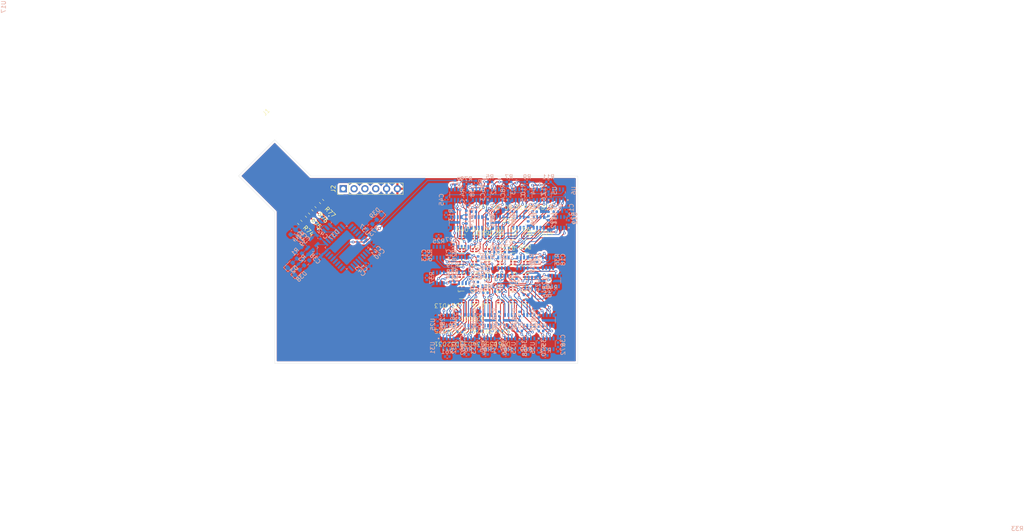
<source format=kicad_pcb>
(kicad_pcb (version 20240108) (generator "pcbnew") (generator_version "8.0")
  (layers (0 "F.Cu" signal) (31 "B.Cu" signal) (34 "B.Paste" user) (35 "F.Paste" user) (36 "B.SilkS" user "B.Silkscreen") (37 "F.SilkS" user "F.Silkscreen") (38 "B.Mask" user) (39 "F.Mask" user) (44 "Edge.Cuts" user))
  (net 0 "")
  (net 1 "+5V")
  (net 2 "GND")
  (net 3 "+3.3V")
  (net 4 "/micro/RST")
  (net 5 "Net-(U3-VDD)")
  (net 6 "Net-(U4-VDD)")
  (net 7 "Net-(U5-VDD)")
  (net 8 "Net-(U6-VDD)")
  (net 9 "Net-(U7-VDD)")
  (net 10 "Net-(U8-VDD)")
  (net 11 "Net-(U9-VDD)")
  (net 12 "Net-(U10-VDD)")
  (net 13 "Net-(U11-VDD)")
  (net 14 "Net-(U12-VDD)")
  (net 15 "Net-(U13-VDD)")
  (net 16 "Net-(U14-VDD)")
  (net 17 "Net-(U15-VDD)")
  (net 18 "Net-(U16-VDD)")
  (net 19 "Net-(U17-VDD)")
  (net 20 "Net-(U18-VDD)")
  (net 21 "Net-(U19-VDD)")
  (net 22 "Net-(U20-VDD)")
  (net 23 "Net-(U21-VDD)")
  (net 24 "Net-(U22-VDD)")
  (net 25 "Net-(U23-VDD)")
  (net 26 "Net-(U24-VDD)")
  (net 27 "Net-(U25-VDD)")
  (net 28 "Net-(U26-VDD)")
  (net 29 "Net-(U27-VDD)")
  (net 30 "Net-(U28-VDD)")
  (net 31 "Net-(U29-VDD)")
  (net 32 "Net-(U30-VDD)")
  (net 33 "Net-(U31-VDD)")
  (net 34 "Net-(U32-VDD)")
  (net 35 "Net-(U33-VDD)")
  (net 36 "Net-(U34-VDD)")
  (net 37 "Net-(U35-VDD)")
  (net 38 "Net-(U36-VDD)")
  (net 39 "Net-(U2-VDD)")
  (net 40 "Net-(U38-VDD)")
  (net 41 "Net-(D1-R-)")
  (net 42 "Net-(D2-A)")
  (net 43 "Net-(D1-G-)")
  (net 44 "/micro/USB_DP")
  (net 45 "Net-(D1-B-)")
  (net 46 "/micro/USB_DM")
  (net 47 "Net-(D3-R-)")
  (net 48 "Net-(D5-R-)")
  (net 49 "Net-(D5-G-)")
  (net 50 "Net-(D5-B-)")
  (net 51 "Net-(D6-G-)")
  (net 52 "Net-(D6-R-)")
  (net 53 "Net-(D6-B-)")
  (net 54 "Net-(D7-R-)")
  (net 55 "Net-(D7-G-)")
  (net 56 "Net-(D7-B-)")
  (net 57 "Net-(D8-G-)")
  (net 58 "Net-(D8-R-)")
  (net 59 "Net-(D8-B-)")
  (net 60 "Net-(D9-G-)")
  (net 61 "Net-(D9-R-)")
  (net 62 "Net-(D9-B-)")
  (net 63 "Net-(D10-B-)")
  (net 64 "Net-(D10-R-)")
  (net 65 "Net-(D10-G-)")
  (net 66 "Net-(D11-R-)")
  (net 67 "Net-(D11-G-)")
  (net 68 "Net-(D11-B-)")
  (net 69 "Net-(D12-B-)")
  (net 70 "Net-(D12-G-)")
  (net 71 "Net-(D12-R-)")
  (net 72 "Net-(D13-G-)")
  (net 73 "Net-(D13-R-)")
  (net 74 "Net-(D13-B-)")
  (net 75 "Net-(D14-B-)")
  (net 76 "Net-(D14-G-)")
  (net 77 "Net-(D14-R-)")
  (net 78 "Net-(D15-R-)")
  (net 79 "Net-(D15-B-)")
  (net 80 "Net-(D15-G-)")
  (net 81 "Net-(D16-R-)")
  (net 82 "Net-(D16-G-)")
  (net 83 "Net-(D16-B-)")
  (net 84 "Net-(D17-R-)")
  (net 85 "Net-(D17-B-)")
  (net 86 "Net-(D17-G-)")
  (net 87 "Net-(D18-R-)")
  (net 88 "Net-(D18-G-)")
  (net 89 "Net-(D18-B-)")
  (net 90 "Net-(D19-B-)")
  (net 91 "Net-(D19-R-)")
  (net 92 "Net-(D19-G-)")
  (net 93 "Net-(D20-B-)")
  (net 94 "Net-(D20-R-)")
  (net 95 "Net-(D20-G-)")
  (net 96 "Net-(D21-G-)")
  (net 97 "Net-(D21-B-)")
  (net 98 "Net-(D21-R-)")
  (net 99 "Net-(D22-G-)")
  (net 100 "Net-(D22-R-)")
  (net 101 "Net-(D22-B-)")
  (net 102 "Net-(D23-G-)")
  (net 103 "Net-(D23-R-)")
  (net 104 "Net-(D23-B-)")
  (net 105 "Net-(D24-G-)")
  (net 106 "Net-(D24-B-)")
  (net 107 "Net-(D24-R-)")
  (net 108 "Net-(D25-B-)")
  (net 109 "Net-(D25-R-)")
  (net 110 "Net-(D25-G-)")
  (net 111 "Net-(D26-G-)")
  (net 112 "Net-(D26-R-)")
  (net 113 "Net-(D26-B-)")
  (net 114 "Net-(D27-R-)")
  (net 115 "Net-(D27-G-)")
  (net 116 "Net-(D27-B-)")
  (net 117 "Net-(D28-G-)")
  (net 118 "Net-(D28-R-)")
  (net 119 "Net-(D28-B-)")
  (net 120 "Net-(D29-B-)")
  (net 121 "Net-(D29-G-)")
  (net 122 "Net-(D29-R-)")
  (net 123 "Net-(D30-R-)")
  (net 124 "Net-(D30-G-)")
  (net 125 "Net-(D30-B-)")
  (net 126 "Net-(D31-R-)")
  (net 127 "Net-(D31-B-)")
  (net 128 "Net-(D31-G-)")
  (net 129 "Net-(D32-B-)")
  (net 130 "Net-(D32-R-)")
  (net 131 "Net-(D32-G-)")
  (net 132 "Net-(D33-B-)")
  (net 133 "Net-(D33-G-)")
  (net 134 "Net-(D33-R-)")
  (net 135 "Net-(D34-G-)")
  (net 136 "Net-(D34-B-)")
  (net 137 "Net-(D34-R-)")
  (net 138 "Net-(D35-G-)")
  (net 139 "Net-(D35-B-)")
  (net 140 "Net-(D35-R-)")
  (net 141 "Net-(D36-B-)")
  (net 142 "Net-(D36-R-)")
  (net 143 "Net-(D36-G-)")
  (net 144 "Net-(D3-G-)")
  (net 145 "Net-(D3-B-)")
  (net 146 "Net-(D4-G-)")
  (net 147 "Net-(D4-B-)")
  (net 148 "Net-(D4-R-)")
  (net 149 "Net-(D37-Pad1)")
  (net 150 "Net-(D37-Pad3)")
  (net 151 "Net-(D38-A)")
  (net 152 "Net-(D39-A)")
  (net 153 "Net-(D40-R-)")
  (net 154 "Net-(D40-G-)")
  (net 155 "Net-(D40-B-)")
  (net 156 "/micro/SWDIO")
  (net 157 "/micro/SWCLK")
  (net 158 "Net-(J1-DM)")
  (net 159 "Net-(J1-DP)")
  (net 160 "Net-(J1-GND)")
  (net 161 "Net-(J1-VBUS)")
  (net 162 "Net-(U2-DIN)")
  (net 163 "/led/DIN")
  (net 164 "Net-(U3-DIN)")
  (net 165 "/led/ledsub_1/DOUT")
  (net 166 "Net-(U4-DIN)")
  (net 167 "/led/ledsub_2/DOUT")
  (net 168 "Net-(U5-DIN)")
  (net 169 "/led/ledsub_3/DOUT")
  (net 170 "Net-(U6-DIN)")
  (net 171 "Net-(U7-DIN)")
  (net 172 "/led/ledsub_4/DOUT")
  (net 173 "/led/ledsub_5/DOUT")
  (net 174 "Net-(U8-DIN)")
  (net 175 "/led/ledsub_6/DOUT")
  (net 176 "Net-(U9-DIN)")
  (net 177 "Net-(U10-DIN)")
  (net 178 "/led/ledsub_7/DOUT")
  (net 179 "Net-(U11-DIN)")
  (net 180 "/led/ledsub_8/DOUT")
  (net 181 "Net-(U12-DIN)")
  (net 182 "/led/ledsub_10/DIN")
  (net 183 "Net-(U13-DIN)")
  (net 184 "/led/ledsub_10/DOUT")
  (net 185 "Net-(U14-DIN)")
  (net 186 "/led/ledsub_11/DOUT")
  (net 187 "/led/ledsub_12/DOUT")
  (net 188 "Net-(U15-DIN)")
  (net 189 "/led/ledsub_13/DOUT")
  (net 190 "Net-(U16-DIN)")
  (net 191 "Net-(U17-DIN)")
  (net 192 "/led/ledsub_14/DOUT")
  (net 193 "Net-(U18-DIN)")
  (net 194 "/led/ledsub_15/DOUT")
  (net 195 "/led/ledsub_16/DOUT")
  (net 196 "Net-(U19-DIN)")
  (net 197 "Net-(U20-DIN)")
  (net 198 "/led/ledsub_17/DOUT")
  (net 199 "Net-(U21-DIN)")
  (net 200 "/led/ledsub_18/DOUT")
  (net 201 "/led/ledsub_19/DOUT")
  (net 202 "Net-(U22-DIN)")
  (net 203 "Net-(U23-DIN)")
  (net 204 "/led/ledsub_20/DOUT")
  (net 205 "/led/ledsub_21/DOUT")
  (net 206 "Net-(U24-DIN)")
  (net 207 "Net-(U25-DIN)")
  (net 208 "/led/ledsub_22/DOUT")
  (net 209 "Net-(U26-DIN)")
  (net 210 "/led/ledsub_23/DOUT")
  (net 211 "Net-(U27-DIN)")
  (net 212 "/led/ledsub_24/DOUT")
  (net 213 "/led/ledsub_25/DOUT")
  (net 214 "Net-(U28-DIN)")
  (net 215 "Net-(U29-DIN)")
  (net 216 "/led/ledsub_26/DOUT")
  (net 217 "/led/ledsub_27/DOUT")
  (net 218 "Net-(U30-DIN)")
  (net 219 "Net-(U31-DIN)")
  (net 220 "/led/ledsub_28/DOUT")
  (net 221 "/led/ledsub_29/DOUT")
  (net 222 "Net-(U32-DIN)")
  (net 223 "/led/ledsub_30/DOUT")
  (net 224 "Net-(U33-DIN)")
  (net 225 "/led/ledsub_31/DOUT")
  (net 226 "Net-(U34-DIN)")
  (net 227 "Net-(U35-DIN)")
  (net 228 "/led/ledsub_32/DOUT")
  (net 229 "Net-(U36-DIN)")
  (net 230 "/led/ledsub_33/DOUT")
  (net 231 "Net-(U37-PB6)")
  (net 232 "/led/ledsub_34/DOUT")
  (net 233 "/led/ledsub_35/DOUT")
  (net 234 "Net-(U38-DIN)")
  (net 291 "/led/ledsub_36/DOUT")
  (footprint "rgbled:NH-B1212RGBA-HF" (layer "F.Cu") (at 124.365 77.435)
    (property "Reference" "D10")
    (property "Value" "~")
  )
  (footprint "rgbled:NH-B1212RGBA-HF" (layer "F.Cu") (at 127.365 83.435)
    (property "Reference" "D23")
    (property "Value" "~")
  )
  (footprint "rgbled:NH-B1212RGBA-HF" (layer "F.Cu") (at 127.365 89.435 180)
    (property "Reference" "D35")
    (property "Value" "~")
  )
  (footprint "rgbled:NH-B1212RGBA-HF" (layer "F.Cu") (at 115.365 77.435)
    (property "Reference" "D7")
    (property "Value" "~")
  )
  (footprint "rgbled:NH-B1212RGBA-HF" (layer "F.Cu") (at 118.365 77.435)
    (property "Reference" "D8")
    (property "Value" "~")
  )
  (footprint "rgbled:NH-B1212RGBA-HF" (layer "F.Cu") (at 127.365 77.435)
    (property "Reference" "D11")
    (property "Value" "~")
  )
  (footprint "rgbled:NH-B1212RGBA-HF" (layer "F.Cu") (at 121.365 80.435)
    (property "Reference" "D15")
    (property "Value" "~")
  )
  (footprint "rgbled:NH-B1212RGBA-HF" (layer "F.Cu") (at 124.365 89.435 180)
    (property "Reference" "D34")
    (property "Value" "~")
  )
  (footprint "rgbled:NH-B1212RGBA-HF" (layer "F.Cu") (at 127.365 86.435 180)
    (property "Reference" "D29")
    (property "Value" "~")
  )
  (footprint "rgbled:NH-B1212RGBA-HF" (layer "F.Cu") (at 130.365 74.435)
    (property "Reference" "D6")
    (property "Value" "~")
  )
  (footprint "rgbled:NH-B1212RGBA-HF" (layer "F.Cu") (at 118.365 83.435)
    (property "Reference" "D20")
    (property "Value" "~")
  )
  (footprint "rgbled:NH-B1212RGBA-HF" (layer "F.Cu") (at 118.365 89.435 180)
    (property "Reference" "D32")
    (property "Value" "~")
  )
  (footprint "rgbled:NH-B1212RGBA-HF" (layer "F.Cu") (at 124.365 86.435 180)
    (property "Reference" "D28")
    (property "Value" "~")
  )
  (footprint "rgbled:NH-B1212RGBA-HF" (layer "F.Cu") (at 121.365 89.435 180)
    (property "Reference" "D33")
    (property "Value" "~")
  )
  (footprint "rgbled:NH-B1212RGBA-HF" (layer "F.Cu") (at 121.365 77.435)
    (property "Reference" "D9")
    (property "Value" "~")
  )
  (footprint "rgbled:NH-B1212RGBA-HF" (layer "F.Cu") (at 118.365 80.435 180)
    (property "Reference" "D14")
    (property "Value" "~")
  )
  (footprint "rgbled:NH-B1212RGBA-HF" (layer "F.Cu") (at 118.365 74.435)
    (property "Reference" "D1")
    (property "Value" "~")
  )
  (footprint "rgbled:NH-B1212RGBA-HF" (layer "F.Cu") (at 130.365 86.435 180)
    (property "Reference" "D30")
    (property "Value" "~")
  )
  (footprint "rgbled:NH-B1212RGBA-HF" (layer "F.Cu") (at 118.365 86.435 180)
    (property "Reference" "D26")
    (property "Value" "~")
  )
  (footprint "Connector_PinHeader_2.54mm:PinHeader_1x06_P2.54mm_Vertical" (layer "F.Cu") (at 87.58 63 90)
    (property "Reference" "J2")
    (property "Value" "Conn_01x06_Pin")
  )
  (footprint "rgbled:NH-B1212RGBA-HF" (layer "F.Cu") (at 127.365 80.435 180)
    (property "Reference" "D17")
    (property "Value" "~")
  )
  (footprint "rgbled:NH-B1212RGBA-HF" (layer "F.Cu") (at 124.365 74.435)
    (property "Reference" "D4")
    (property "Value" "~")
  )
  (footprint "rgbled:NH-B1212RGBA-HF" (layer "F.Cu") (at 115.365 86.435 180)
    (property "Reference" "D25")
    (property "Value" "~")
  )
  (footprint "rgbled:NH-B1212RGBA-HF" (layer "F.Cu") (at 124.365 80.435 180)
    (property "Reference" "D16")
    (property "Value" "~")
  )
  (footprint "rgbled:NH-B1212RGBA-HF" (layer "F.Cu") (at 127.365 74.435)
    (property "Reference" "D5")
    (property "Value" "~")
  )
  (footprint "Resistor_SMD:R_0603_1608Metric" (layer "F.Cu") (at 80.7 67.7 -45)
    (property "Reference" "R76")
    (property "Value" "0Ω")
  )
  (footprint "rgbled:NH-B1212RGBA-HF" (layer "F.Cu") (at 115.365 83.435)
    (property "Reference" "D19")
    (property "Value" "~")
  )
  (footprint "Resistor_SMD:R_0603_1608Metric" (layer "F.Cu") (at 82.5 66 -45)
    (property "Reference" "R77")
    (property "Value" "0Ω")
  )
  (footprint "rgbled:NH-B1212RGBA-HF" (layer "F.Cu") (at 121.365 83.435 180)
    (property "Reference" "D21")
    (property "Value" "~")
  )
  (footprint "rgbled:NH-B1212RGBA-HF" (layer "F.Cu") (at 130.365 83.435)
    (property "Reference" "D24")
    (property "Value" "~")
  )
  (footprint "rgbled:NH-B1212RGBA-HF" (layer "F.Cu") (at 115.365 80.435 180)
    (property "Reference" "D13")
    (property "Value" "~")
  )
  (footprint "rgbled:NH-B1212RGBA-HF" (layer "F.Cu") (at 121.365 86.435 180)
    (property "Reference" "D27")
    (property "Value" "~")
  )
  (footprint "rgbled:NH-B1212RGBA-HF" (layer "F.Cu") (at 115.365 74.435)
    (property "Reference" "D40")
    (property "Value" "~")
  )
  (footprint "USB:USB_PCBEDGE" (layer "F.Cu") (at 71.5 60 45)
    (property "Reference" "J1")
    (property "Value" "~" (hide yes))
  )
  (footprint "rgbled:NH-B1212RGBA-HF" (layer "F.Cu") (at 115.365 89.435 180)
    (property "Reference" "D31")
    (property "Value" "~")
  )
  (footprint "Resistor_SMD:R_0603_1608Metric" (layer "F.Cu") (at 79.2 69.2 -45)
    (property "Reference" "R75")
    (property "Value" "0Ω")
  )
  (footprint "rgbled:NH-B1212RGBA-HF" (layer "F.Cu") (at 130.365 80.435 180)
    (property "Reference" "D18")
    (property "Value" "~")
  )
  (footprint "rgbled:NH-B1212RGBA-HF" (layer "F.Cu") (at 121.365 74.435)
    (property "Reference" "D3")
    (property "Value" "~")
  )
  (footprint "rgbled:NH-B1212RGBA-HF" (layer "F.Cu") (at 130.365 89.435 180)
    (property "Reference" "D36")
    (property "Value" "~")
  )
  (footprint "Resistor_SMD:R_0603_1608Metric" (layer "F.Cu") (at 77.4 70.9 -45)
    (property "Reference" "R74")
    (property "Value" "0Ω")
  )
  (footprint "rgbled:NH-B1212RGBA-HF" (layer "F.Cu") (at 130.365 77.435)
    (property "Reference" "D12")
    (property "Value" "~")
  )
  (footprint "rgbled:NH-B1212RGBA-HF" (layer "F.Cu") (at 124.365 83.435 180)
    (property "Reference" "D22")
    (property "Value" "~")
  )
  (footprint "Resistor_SMD:R_0402_1005Metric" (layer "B.Cu") (at 107.2 83.9 90)
    (property "Reference" "R37")
    (property "Value" "33Ω")
  )
  (footprint "Capacitor_SMD:C_0402_1005Metric" (layer "B.Cu") (at 114.45 94.4 -90)
    (property "Reference" "C26")
    (property "Value" "100nF")
  )
  (footprint "Capacitor_SMD:C_0402_1005Metric" (layer "B.Cu") (at 139.95 67.92 90)
    (property "Reference" "C12")
    (property "Value" "100nF")
  )
  (footprint "Capacitor_SMD:C_0402_1005Metric" (layer "B.Cu") (at 77.8 74.5 45)
    (property "Reference" "C39")
    (property "Value" "100nF")
  )
  (footprint "rgbled:WS2811F" (layer "B.Cu") (at 137.95 64.4 180)
    (property "Reference" "U6")
    (property "Value" "~" (hide yes))
  )
  (footprint "rgbled:WS2811F" (layer "B.Cu") (at 131.2 99.4)
    (property "Reference" "U35")
    (property "Value" "~" (hide yes))
  )
  (footprint "Capacitor_SMD:C_0402_1005Metric" (layer "B.Cu") (at 116.7 66.4 -90)
    (property "Reference" "C2")
    (property "Value" "100nF")
  )
  (footprint "Capacitor_SMD:C_0402_1005Metric" (layer "B.Cu") (at 131.95 79.65 90)
    (property "Reference" "C17")
    (property "Value" "100nF")
  )
  (footprint "rgbled:WS2811F" (layer "B.Cu") (at 138.2 70.9 180)
    (property "Reference" "U12")
    (property "Value" "~" (hide yes))
  )
  (footprint "Capacitor_SMD:C_0402_1005Metric" (layer "B.Cu") (at 125.97 77.9)
    (property "Reference" "C16")
    (property "Value" "100nF")
  )
  (footprint "Resistor_SMD:R_0402_1005Metric" (layer "B.Cu") (at 134.7 87.15 90)
    (property "Reference" "R48")
    (property "Value" "100Ω")
  )
  (footprint "Resistor_SMD:R_0402_1005Metric" (layer "B.Cu") (at 133.45 92.65 -90)
    (property "Reference" "R60")
    (property "Value" "100Ω")
  )
  (footprint "rgbled:WS2811F" (layer "B.Cu") (at 121.45 84.65)
    (property "Reference" "U21")
    (property "Value" "~" (hide yes))
  )
  (footprint "Resistor_SMD:R_0402_1005Metric" (layer "B.Cu") (at 130.7 61.4 180)
    (property "Reference" "R9")
    (property "Value" "33Ω")
  )
  (footprint "LED_SMD:LED_0603_1608Metric" (layer "B.Cu") (at 76.8 82.6 45)
    (property "Reference" "D38")
    (property "Value" "LED")
  )
  (footprint "Resistor_SMD:R_0402_1005Metric" (layer "B.Cu") (at 113.785 61.5675 90)
    (property "Reference" "R78")
    (property "Value" "33Ω")
  )
  (footprint "Capacitor_SMD:C_0402_1005Metric" (layer "B.Cu") (at 134.7 85.13 90)
    (property "Reference" "C24")
    (property "Value" "100nF")
  )
  (footprint "Capacitor_SMD:C_0402_1005Metric" (layer "B.Cu") (at 113.2 84.9 180)
    (property "Reference" "C19")
    (property "Value" "100nF")
  )
  (footprint "Resistor_SMD:R_0402_1005Metric" (layer "B.Cu") (at 128.95 92.4 -90)
    (property "Reference" "R58")
    (property "Value" "100Ω")
  )
  (footprint "rgbled:WS2811F" (layer "B.Cu") (at 123.7 64.4 180)
    (property "Reference" "U3")
    (property "Value" "~" (hide yes))
  )
  (footprint "Resistor_SMD:R_0402_1005Metric" (layer "B.Cu") (at 126.2 70.41 90)
    (property "Reference" "R18")
    (property "Value" "100Ω")
  )
  (footprint "Resistor_SMD:R_0402_1005Metric" (layer "B.Cu") (at 137.45 68.4 180)
    (property "Reference" "R23")
    (property "Value" "33Ω")
  )
  (footprint "rgbled:WS2811F" (layer "B.Cu") (at 118.95 70.9 180)
    (property "Reference" "U8")
    (property "Value" "~" (hide yes))
  )
  (footprint "Capacitor_SMD:C_0402_1005Metric" (layer "B.Cu") (at 111.785 65.5675 -90)
    (property "Reference" "C45")
    (property "Value" "100nF")
  )
  (footprint "rgbled:WS2811F" (layer "B.Cu") (at 123.95 70.9 180)
    (property "Reference" "U9")
    (property "Value" "~" (hide yes))
  )
  (footprint "Resistor_SMD:R_0402_1005Metric" (layer "B.Cu") (at 119.2 79.4 90)
    (property "Reference" "R31")
    (property "Value" "33Ω")
  )
  (footprint "Resistor_SMD:R_0402_1005Metric" (layer "B.Cu") (at 135.71 61.4 180)
    (property "Reference" "R11")
    (property "Value" "33Ω")
  )
  (footprint "Resistor_SMD:R_0402_1005Metric" (layer "B.Cu") (at 133.7 87.15 90)
    (property "Reference" "R46")
    (property "Value" "100Ω")
  )
  (footprint "rgbled:WS2811F" (layer "B.Cu") (at 125.15 80.4)
    (property "Reference" "U16")
    (property "Value" "~" (hide yes))
  )
  (footprint "Resistor_SMD:R_0402_1005Metric" (layer "B.Cu") (at 130.95 70.15 90)
    (property "Reference" "R20")
    (property "Value" "100Ω")
  )
  (footprint "rgbled:WS2811F" (layer "B.Cu") (at 121.4 80.4 180)
    (property "Reference" "U15")
    (property "Value" "~" (hide yes))
  )
  (footprint "Resistor_SMD:R_0402_1005Metric" (layer "B.Cu") (at 125.7 101.9 180)
    (property "Reference" "R67")
    (property "Value" "33Ω")
  )
  (footprint "Capacitor_SMD:C_0201_0603Metric" (layer "B.Cu") (at 94.5 76.9 45)
    (property "Reference" "C41")
    (property "Value" "4.7uF")
  )
  (footprint "Capacitor_SMD:C_0402_1005Metric" (layer "B.Cu") (at 81.9 74.4 135)
    (property "Reference" "C42")
    (property "Value" "100nF")
  )
  (footprint "rgbled:WS2811F" (layer "B.Cu") (at 128.7 70.9 180)
    (property "Reference" "U10")
    (property "Value" "~" (hide yes))
  )
  (footprint "Resistor_SMD:R_0402_1005Metric" (layer "B.Cu") (at 111.7 96.4 180)
    (property "Reference" "R49")
    (property "Value" "33Ω")
  )
  (footprint "rgbled:WS2811F" (layer "B.Cu") (at 126.7 99.4)
    (property "Reference" "U34")
    (property "Value" "~" (hide yes))
  )
  (footprint "Resistor_SMD:R_0402_1005Metric" (layer "B.Cu") (at 121.45 70.65 90)
    (property "Reference" "R16")
    (property "Value" "100Ω")
  )
  (footprint "Resistor_SMD:R_0603_1608Metric" (layer "B.Cu") (at 79 80.4 -135)
    (property "Reference" "R2")
    (property "Value" "220Ω")
  )
  (footprint "Capacitor_SMD:C_0402_1005Metric" (layer "B.Cu") (at 107.7 78.63 -90)
    (property "Reference" "C13")
    (property "Value" "100nF")
  )
  (footprint "Resistor_SMD:R_0402_1005Metric" (layer "B.Cu") (at 136.46 87.4 180)
    (property "Reference" "R47")
    (property "Value" "33Ω")
  )
  (footprint "Capacitor_SMD:C_0402_1005Metric" (layer "B.Cu") (at 118.68 84.9 180)
    (property "Reference" "C21")
    (property "Value" "100nF")
  )
  (footprint "Capacitor_SMD:C_0402_1005Metric" (layer "B.Cu") (at 121.2 68.65 90)
    (property "Reference" "C8")
    (property "Value" "100nF")
  )
  (footprint "Capacitor_SMD:C_0402_1005Metric" (layer "B.Cu") (at 114.49 98.65 90)
    (property "Reference" "C31")
    (property "Value" "100nF")
  )
  (footprint "Capacitor_SMD:C_0402_1005Metric" (layer "B.Cu") (at 126.2 64.9 -90)
    (property "Reference" "C4")
    (property "Value" "100nF")
  )
  (footprint "Resistor_SMD:R_0402_1005Metric" (layer "B.Cu") (at 112.45 78.65 90)
    (property "Reference" "R28")
    (property "Value" "100Ω")
  )
  (footprint "Capacitor_SMD:C_0402_1005Metric" (layer "B.Cu") (at 77.060589 73.739411 45)
    (property "Reference" "C37")
    (property "Value" "1uF")
  )
  (footprint "Capacitor_SMD:C_0402_1005Metric" (layer "B.Cu") (at 137.95 79.65 90)
    (property "Reference" "C18")
    (property "Value" "100nF")
  )
  (footprint "Resistor_SMD:R_0402_1005Metric" (layer "B.Cu") (at 123.46 68.4 180)
    (property "Reference" "R17")
    (property "Value" "33Ω")
  )
  (footprint "Capacitor_SMD:C_0402_1005Metric" (layer "B.Cu") (at 128.95 98.88 90)
    (property "Reference" "C34")
    (property "Value" "100nF")
  )
  (footprint "Capacitor_SMD:C_0402_1005Metric" (layer "B.Cu") (at 135.7 64.9 -90)
    (property "Reference" "C6")
    (property "Value" "100nF")
  )
  (footprint "rgbled:WS2811F" (layer "B.Cu") (at 117.3475 93.9)
    (property "Reference" "U26")
    (property "Value" "~" (hide yes))
  )
  (footprint "rgbled:WS2811F" (layer "B.Cu") (at 114.1375 64.4 180)
    (property "Reference" "U38")
    (property "Value" "~" (hide yes))
  )
  (footprint "Capacitor_SMD:C_0402_1005Metric" (layer "B.Cu") (at 133.45 98.63 90)
    (property "Reference" "C35")
    (property "Value" "100nF")
  )
  (footprint "Package_QFP:LQFP-32_7x7mm_P0.8mm" (layer "B.Cu") (at 88.4 76.8 135)
    (property "Reference" "U37")
    (property "Value" "STM32F042K6Tx")
  )
  (footprint "Resistor_SMD:R_0402_1005Metric" (layer "B.Cu") (at 138.95 79.65 -90)
    (property "Reference" "R36")
    (property "Value" "100Ω")
  )
  (footprint "rgbled:WS2811F" (layer "B.Cu") (at 109.95 77.9 180)
    (property "Reference" "U13")
    (property "Value" "~" (hide yes))
  )
  (footprint "Capacitor_SMD:C_0402_1005Metric" (layer "B.Cu") (at 93.2 80.8 -45)
    (property "Reference" "C1")
    (property "Value" "100nF")
  )
  (footprint "Capacitor_SMD:C_0402_1005Metric" (layer "B.Cu") (at 133.45 94.9 -90)
    (property "Reference" "C30")
    (property "Value" "100nF")
  )
  (footprint "Resistor_SMD:R_0402_1005Metric" (layer "B.Cu") (at 119.2 82.39 90)
    (property "Reference" "R40")
    (property "Value" "100Ω")
  )
  (footprint "Resistor_SMD:R_0402_1005Metric" (layer "B.Cu") (at 116.45 61.9 180)
    (property "Reference" "R79")
    (property "Value" "100Ω")
  )
  (footprint "rgbled:WS2811F" (layer "B.Cu") (at 109.95 83.9 180)
    (property "Reference" "U19")
    (property "Value" "~" (hide yes))
  )
  (footprint "Capacitor_SMD:C_0402_1005Metric" (layer "B.Cu") (at 133.7 85.15 90)
    (property "Reference" "C23")
    (property "Value" "100nF")
  )
  (footprint "Resistor_SMD:R_0402_1005Metric" (layer "B.Cu") (at 134.95 102.15 180)
    (property "Reference" "R71")
    (property "Value" "33Ω")
  )
  (footprint "digikey-footprints:SOT23-6L" (layer "B.Cu") (at 83 71.4 45)
    (property "Reference" "D37")
    (property "Value" "USBLC6-4SC6")
  )
  (footprint "Resistor_SMD:R_0402_1005Metric" (layer "B.Cu") (at 128.95 100.9 90)
    (property "Reference" "R68")
    (property "Value" "100Ω")
  )
  (footprint "Capacitor_SMD:C_0402_1005Metric" (layer "B.Cu") (at 119.45 98.67 90)
    (property "Reference" "C32")
    (property "Value" "100nF")
  )
  (footprint "Resistor_SMD:R_0402_1005Metric" (layer "B.Cu") (at 118.2 68.4 180)
    (property "Reference" "R15")
    (property "Value" "33Ω")
  )
  (footprint "LED_SMD:LED_0603_1608Metric" (layer "B.Cu") (at 96 69.7 -135)
    (property "Reference" "D39")
    (property "Value" "LED")
  )
  (footprint "Resistor_SMD:R_0402_1005Metric" (layer "B.Cu") (at 120.96 101.9 180)
    (property "Reference" "R65")
    (property "Value" "33Ω")
  )
  (footprint "Resistor_SMD:R_0402_1005Metric" (layer "B.Cu") (at 119.7 92.4 -90)
    (property "Reference" "R54")
    (property "Value" "100Ω")
  )
  (footprint "Capacitor_SMD:C_0402_1005Metric" (layer "B.Cu") (at 127.2 84.65 90)
    (property "Reference" "C22")
    (property "Value" "100nF")
  )
  (footprint "Capacitor_SMD:C_0402_1005Metric" (layer "B.Cu") (at 135.7 68.9 90)
    (property "Reference" "C11")
    (property "Value" "100nF")
  )
  (footprint "Resistor_SMD:R_0402_1005Metric" (layer "B.Cu") (at 112.95 76.15 180)
    (property "Reference" "R27")
    (property "Value" "33Ω")
  )
  (footprint "rgbled:WS2811F" (layer "B.Cu") (at 135.7 99.4)
    (property "Reference" "U36")
    (property "Value" "~" (hide yes))
  )
  (footprint "Resistor_SMD:R_0402_1005Metric" (layer "B.Cu") (at 140.45 69.91 90)
    (property "Reference" "R24")
    (property "Value" "100Ω")
  )
  (footprint "Resistor_SMD:R_0402_1005Metric" (layer "B.Cu") (at 123.46 77.9 180)
    (property "Reference" "R30")
    (property "Value" "100Ω")
  )
  (footprint "rgbled:WS2811F" (layer "B.Cu") (at 112.3025 93.9)
    (property "Reference" "U25")
    (property "Value" "~" (hide yes))
  )
  (footprint "Resistor_SMD:R_0402_1005Metric" (layer "B.Cu") (at 106.7 78.65 90)
    (property "Reference" "R26")
    (property "Value" "100Ω")
  )
  (footprint "rgbled:WS2811F" (layer "B.Cu") (at 136.95 84.65)
    (property "Reference" "U24")
    (property "Value" "~" (hide yes))
  )
  (footprint "digikey-footprints:SOT-23-3" (layer "B.Cu") (at 79.985786 76.170711 -135)
    (property "Reference" "U1")
    (property "Value" "MCP1700T-3302E_TT")
  )
  (footprint "Resistor_SMD:R_0402_1005Metric" (layer "B.Cu") (at 128.95 96.4 180)
    (property "Reference" "R57")
    (property "Value" "33Ω")
  )
  (footprint "Capacitor_SMD:C_0402_1005Metric" (layer "B.Cu") (at 123.45 76.9)
    (property "Reference" "C15")
    (property "Value" "100nF")
  )
  (footprint "rgbled:WS2811F" (layer "B.Cu") (at 112.24 99.4)
    (property "Reference" "U31")
    (property "Value" "~" (hide yes))
  )
  (footprint "rgbled:WS2811F" (layer "B.Cu") (at 135.5975 80.4)
    (property "Reference" "U18")
    (property "Value" "~" (hide yes))
  )
  (footprint "rgbled:WS2811F" (layer "B.Cu") (at 129.6 80.4)
    (property "Reference" "U17")
    (property "Value" "~" (hide yes))
  )
  (footprint "Resistor_SMD:R_0402_1005Metric" (layer "B.Cu") (at 116.45 70.65 90)
    (property "Reference" "R14")
    (property "Value" "100Ω")
  )
  (footprint "Resistor_SMD:R_0402_1005Metric" (layer "B.Cu") (at 109.95 74.15)
    (property "Reference" "R25")
    (property "Value" "33Ω")
  )
  (footprint "rgbled:WS2811F" (layer "B.Cu") (at 135.7 93.9)
    (property "Reference" "U30")
    (property "Value" "~" (hide yes))
  )
  (footprint "Resistor_SMD:R_0402_1005Metric" (layer "B.Cu") (at 118.7 61.65 90)
    (property "Reference" "R3")
    (property "Value" "33Ω")
  )
  (footprint "Resistor_SMD:R_0402_1005Metric" (layer "B.Cu") (at 124.2 100.65 90)
    (property "Reference" "R66")
    (property "Value" "100Ω")
  )
  (footprint "Resistor_SMD:R_0402_1005Metric" (layer "B.Cu") (at 124.45 96.4 180)
    (property "Reference" "R55")
    (property "Value" "33Ω")
  )
  (footprint "Resistor_SMD:R_0402_1005Metric" (layer "B.Cu") (at 125.95 76.9 180)
    (property "Reference" "R32")
    (property "Value" "100Ω")
  )
  (footprint "Resistor_SMD:R_0402_1005Metric" (layer "B.Cu") (at 135.7 70.9 90)
    (property "Reference" "R22")
    (property "Value" "100Ω")
  )
  (footprint "Capacitor_SMD:C_0402_1005Metric" (layer "B.Cu") (at 109.7 93.65 90)
    (property "Reference" "C25")
    (property "Value" "100nF")
  )
  (footprint "Resistor_SMD:R_0402_1005Metric" (layer "B.Cu") (at 121.45 77.9)
    (property "Reference" "R29")
    (property "Value" "33Ω")
  )
  (footprint "Resistor_SMD:R_0402_1005Metric" (layer "B.Cu") (at 133.95 96.4 180)
    (property "Reference" "R59")
    (property "Value" "33Ω")
  )
  (footprint "Resistor_SMD:R_0402_1005Metric" (layer "B.Cu") (at 132.95 79.64 -90)
    (property "Reference" "R34")
    (property "Value" "100Ω")
  )
  (footprint "Resistor_SMD:R_0402_1005Metric" (layer "B.Cu") (at 126.2 62.9 -90)
    (property "Reference" "R8")
    (property "Value" "100Ω")
  )
  (footprint "rgbled:WS2811F" (layer "B.Cu") (at 128.45 64.4 180)
    (property "Reference" "U4")
    (property "Value" "~" (hide yes))
  )
  (footprint "rgbled:WS2811F" (layer "B.Cu") (at 121.95 93.9)
    (property "Reference" "U27")
    (property "Value" "~" (hide yes))
  )
  (footprint "Capacitor_SMD:C_0603_1608Metric" (layer "B.Cu") (at 75.8 73.2 45)
    (property "Reference" "C44")
    (property "Value" "4.7uF")
  )
  (footprint "Capacitor_SMD:C_0402_1005Metric" (layer "B.Cu") (at 118.2 80.9)
    (property "Reference" "C20")
    (property "Value" "100nF")
  )
  (footprint "rgbled:WS2811F" (layer "B.Cu") (at 121.8475 99.4)
    (property "Reference" "U33")
    (property "Value" "~" (hide yes))
  )
  (footprint "Resistor_SMD:R_0402_1005Metric" (layer "B.Cu") (at 116.45 101.9 180)
    (property "Reference" "R63")
    (property "Value" "33Ω")
  )
  (footprint "Capacitor_SMD:C_0402_1005Metric" (layer "B.Cu") (at 130.95 65.15 -90)
    (property "Reference" "C5")
    (property "Value" "100nF")
  )
  (footprint "rgbled:WS2811F" (layer "B.Cu") (at 115.95 83.9 180)
    (property "Reference" "U20")
    (property "Value" "~" (hide yes))
  )
  (footprint "Resistor_SMD:R_0402_1005Metric" (layer "B.Cu") (at 137.95 100.65 90)
    (property "Reference" "R72")
    (property "Value" "100Ω")
  )
  (footprint "rgbled:WS2811F" (layer "B.Cu") (at 133.45 64.4 180)
    (property "Reference" "U5")
    (property "Value" "~" (hide yes))
  )
  (footprint "Capacitor_SMD:C_0402_1005Metric" (layer "B.Cu") (at 126.2 68.4 90)
    (property "Reference" "C9")
    (property "Value" "100nF")
  )
  (footprint "rgbled:WS2811F" (layer "B.Cu") (at 115.75 77.9 180)
    (property "Reference" "U14")
    (property "Value" "~" (hide yes))
  )
  (footprint "Resistor_SMD:R_0402_1005Metric" (layer "B.Cu") (at 124.2 92.4 -90)
    (property "Reference" "R56")
    (property "Value" "100Ω")
  )
  (footprint "LED_SMD:LED_0603_1608Metric" (layer "B.Cu") (at 75.143153 80.956847 45)
    (property "Reference" "D2")
    (property "Value" "LED")
  )
  (footprint "rgbled:WS2811F" (layer "B.Cu") (at 126.7 93.9)
    (property "Reference" "U28")
    (property "Value" "~" (hide yes))
  )
  (footprint "Resistor_SMD:R_0402_1005Metric" (layer "B.Cu") (at 119.46 96.4 180)
    (property "Reference" "R53")
    (property "Value" "33Ω")
  )
  (footprint "Resistor_SMD:R_0402_1005Metric" (layer "B.Cu") (at 133.45 100.91 90)
    (property "Reference" "R70")
    (property "Value" "100Ω")
  )
  (footprint "Capacitor_SMD:C_0402_1005Metric" (layer "B.Cu") (at 116.45 68.65 90)
    (property "Reference" "C7")
    (property "Value" "100nF")
  )
  (footprint "Resistor_SMD:R_0402_1005Metric" (layer "B.Cu") (at 111.7 69.15 90)
    (property "Reference" "R13")
    (property "Value" "33Ω")
  )
  (footprint "Resistor_SMD:R_0402_1005Metric" (layer "B.Cu") (at 127.7 82.9 180)
    (property "Reference" "R33")
    (property "Value" "33Ω")
  )
  (footprint "rgbled:WS2811F" (layer "B.Cu") (at 124.95 84.65)
    (property "Reference" "U22")
    (property "Value" "~" (hide yes))
  )
  (footprint "rgbled:WS2811F" (layer "B.Cu") (at 119.2 64.4 180)
    (property "Reference" "U2")
    (property "Value" "~" (hide yes))
  )
  (footprint "Resistor_SMD:R_0603_1608Metric" (layer "B.Cu") (at 93.8 71.9 45)
    (property "Reference" "R73")
    (property "Value" "1kΩ")
  )
  (footprint "Capacitor_SMD:C_0402_1005Metric" (layer "B.Cu") (at 119.7 94.4 -90)
    (property "Reference" "C27")
    (property "Value" "100nF")
  )
  (footprint "rgbled:WS2811F" (layer "B.Cu") (at 114.0525 70.9 180)
    (property "Reference" "U7")
    (property "Value" "~" (hide yes))
  )
  (footprint "rgbled:WS2811F" (layer "B.Cu") (at 131.15 93.9)
    (property "Reference" "U29")
    (property "Value" "~" (hide yes))
  )
  (footprint "Resistor_SMD:R_0402_1005Metric" (layer "B.Cu") (at 116.7 63.9 -90)
    (property "Reference" "R4")
    (property "Value" "100Ω")
  )
  (footprint "Capacitor_SMD:C_0402_1005Metric" (layer "B.Cu") (at 137.95 98.63 90)
    (property "Reference" "C36")
    (property "Value" "100nF")
  )
  (footprint "Resistor_SMD:R_0402_1005Metric" (layer "B.Cu") (at 123.7 87.15 180)
    (property "Reference" "R43")
    (property "Value" "33Ω")
  )
  (footprint "Resistor_SMD:R_0603_1608Metric" (layer "B.Cu") (at 77.3 78.8 -135)
    (property "Reference" "R1")
    (property "Value" "510Ω")
  )
  (footprint "Resistor_SMD:R_0402_1005Metric" (layer "B.Cu") (at 118.7 85.9)
    (property "Reference" "R42")
    (property "Value" "100Ω")
  )
  (footprint "Capacitor_SMD:C_0402_1005Metric" (layer "B.Cu") (at 92.4 81.5 -45)
    (property "Reference" "C43")
    (property "Value" "1uF")
  )
  (footprint "Resistor_SMD:R_0402_1005Metric" (layer "B.Cu") (at 113.2 82.15 180)
    (property "Reference" "R39")
    (property "Value" "33Ω")
  )
  (footprint "Capacitor_SMD:C_0402_1005Metric" (layer "B.Cu") (at 113.45 78.63 -90)
    (property "Reference" "C14")
    (property "Value" "100nF")
  )
  (footprint "Resistor_SMD:R_0402_1005Metric" (layer "B.Cu") (at 111.96 102.4 180)
    (property "Reference" "R61")
    (property "Value" "33Ω")
  )
  (footprint "Resistor_SMD:R_0402_1005Metric" (layer "B.Cu") (at 130.95 63.15 -90)
    (property "Reference" "R10")
    (property "Value" "100Ω")
  )
  (footprint "Capacitor_SMD:C_0402_1005Metric" (layer "B.Cu") (at 121.45 64.9 -90)
    (property "Reference" "C3")
    (property "Value" "100nF")
  )
  (footprint "Resistor_SMD:R_0402_1005Metric" (layer "B.Cu") (at 109.7 95.65 90)
    (property "Reference" "R50")
    (property "Value" "100Ω")
  )
  (footprint "Capacitor_SMD:C_0402_1005Metric" (layer "B.Cu") (at 124.2 98.65 90)
    (property "Reference" "C33")
    (property "Value" "100nF")
  )
  (footprint "Resistor_SMD:R_0402_1005Metric" (layer "B.Cu") (at 128.2 84.65 -90)
    (property "Reference" "R44")
    (property "Value" "100Ω")
  )
  (footprint "Resistor_SMD:R_0402_1005Metric" (layer "B.Cu") (at 130.45 87.9 180)
    (property "Reference" "R45")
    (property "Value" "33Ω")
  )
  (footprint "rgbled:WS2811F" (layer "B.Cu") (at 133.45 70.9 180)
    (property "Reference" "U11")
    (property "Value" "~" (hide yes))
  )
  (footprint "Resistor_SMD:R_0402_1005Metric" (layer "B.Cu") (at 126.45 61.4 180)
    (property "Reference" "R7")
    (property "Value" "33Ω")
  )
  (footprint "Resistor_SMD:R_0402_1005Metric" (layer "B.Cu") (at 127.7 68.4 180)
    (property "Reference" "R19")
    (property "Value" "33Ω")
  )
  (footprint "Capacitor_SMD:C_0402_1005Metric" (layer "B.Cu") (at 124.2 94.4 -90)
    (property "Reference" "C28")
    (property "Value" "100nF")
  )
  (footprint "Capacitor_SMD:C_0402_1005Metric" (layer "B.Cu") (at 128.93 94.4 -90)
    (property "Reference" "C29")
    (property "Value" "100nF")
  )
  (footprint "Resistor_SMD:R_0402_1005Metric" (layer "B.Cu") (at 114.95 92.39 -90)
    (property "Reference" "R52")
    (property "Value" "100Ω")
  )
  (footprint "Resistor_SMD:R_0402_1005Metric" (layer "B.Cu") (at 121.95 61.4 180)
    (property "Reference" "R5")
    (property "Value" "33Ω")
  )
  (footprint "Capacitor_SMD:C_0402_1005Metric" (layer "B.Cu") (at 95.3 77.5 45)
    (property "Reference" "C40")
    (property "Value" "100nF")
  )
  (footprint "Resistor_SMD:R_0402_1005Metric" (layer "B.Cu") (at 132.45 68.4 180)
    (property "Reference" "R21")
    (property "Value" "33Ω")
  )
  (footprint "Resistor_SMD:R_0402_1005Metric" (layer "B.Cu") (at 119.45 100.65 90)
    (property "Reference" "R64")
    (property "Value" "100Ω")
  )
  (footprint "Resistor_SMD:R_0402_1005Metric" (layer "B.Cu") (at 113.19 83.65 180)
    (property "Reference" "R38")
    (property "Value" "100Ω")
  )
  (footprint "Resistor_SMD:R_0402_1005Metric" (layer "B.Cu") (at 120.94 87.4 180)
    (property "Reference" "R41")
    (property "Value" "33Ω")
  )
  (footprint "rgbled:WS2811F" (layer "B.Cu") (at 117.2 99.4)
    (property "Reference" "U32")
    (property "Value" "~" (hide yes))
  )
  (footprint "Resistor_SMD:R_0402_1005Metric" (layer "B.Cu") (at 132.7 81.65 180)
    (property "Reference" "R35")
    (property "Value" "33Ω")
  )
  (footprint "Capacitor_SMD:C_0402_1005Metric" (layer "B.Cu") (at 130.45 67.65 90)
    (property "Reference" "C10")
    (property "Value" "100nF")
  )
  (footprint "Resistor_SMD:R_0402_1005Metric" (layer "B.Cu") (at 114.49 100.65 90)
    (property "Reference" "R62")
    (property "Value" "100Ω")
  )
  (footprint "Capacitor_SMD:C_0402_1005Metric" (layer "B.Cu") (at 81.8 78.6 -45)
    (property "Reference" "C38")
    (property "Value" "1uF")
  )
  (footprint "rgbled:WS2811F" (layer "B.Cu") (at 131.45 85.15)
    (property "Reference" "U23")
    (property "Value" "~" (hide yes))
  )
  (footprint "Resistor_SMD:R_0402_1005Metric" (layer "B.Cu") (at 135.7 63.14 -90)
    (property "Reference" "R12")
    (property "Value" "100Ω")
  )
  (footprint "Resistor_SMD:R_0402_1005Metric" (layer "B.Cu") (at 121.45 62.9 -90)
    (property "Reference" "R6")
    (property "Value" "100Ω")
  )
  (footprint "Resistor_SMD:R_0402_1005Metric" (layer "B.Cu") (at 114.95 96.65 180)
    (property "Reference" "R51")
    (property "Value" "33Ω")
  )
  (footprint "Resistor_SMD:R_0402_1005Metric" (layer "B.Cu") (at 130.46 101.9 180)
    (property "Reference" "R69")
    (property "Value" "33Ω")
  )
  (gr_line (start 63 60) (end 71.5 51.5) (stroke (width 0.05)) (layer "Edge.Cuts"))
  (gr_line (start 71.5 104) (end 71.5 68.5) (stroke (width 0.05)) (layer "Edge.Cuts"))
  (gr_line (start 80 60) (end 142.6 60) (stroke (width 0.05)) (layer "Edge.Cuts"))
  (gr_line (start 71.5 68.5) (end 63 60) (stroke (width 0.05)) (layer "Edge.Cuts"))
  (gr_line (start 142.6 60) (end 142.6 104) (stroke (width 0.05)) (layer "Edge.Cuts"))
  (gr_line (start 142.6 104) (end 71.5 104) (stroke (width 0.05)) (layer "Edge.Cuts"))
  (gr_line (start 71.5 51.5) (end 80 60) (stroke (width 0.05)) (layer "Edge.Cuts"))
  (segment (start 130 61.45) (end 134.320706 61.45) (width 0.2) (layer "F.Cu") (net 1))
  (segment (start 124.8 60.75) (end 125.2 61.15) (width 0.2) (layer "F.Cu") (net 1))
  (segment (start 119.85 61.15) (end 120.25 60.75) (width 0.2) (layer "F.Cu") (net 1))
  (segment (start 134.320706 61.45) (end 135.159618 62.288912) (width 0.2) (layer "F.Cu") (net 1))
  (segment (start 79.1 72.6) (end 79.3 72.6) (width 0.2) (layer "F.Cu") (net 1))
  (segment (start 124.78 71.57) (end 124.78 74.15) (width 0.2) (layer "F.Cu") (net 1))
  (segment (start 121.55 73.92) (end 121.78 74.15) (width 0.2) (layer "F.Cu") (net 1))
  (segment (start 120.25 60.75) (end 124.8 60.75) (width 0.2) (layer "F.Cu") (net 1))
  (segment (start 129.45 62) (end 130 61.45) (width 0.2) (layer "F.Cu") (net 1))
  (segment (start 119.7 61.9) (end 117.7 61.9) (width 0.2) (layer "F.Cu") (net 1))
  (segment (start 125.2 61.15) (end 125.2 62) (width 0.2) (layer "F.Cu") (net 1))
  (segment (start 79.3 72.6) (end 81.5 72.6) (width 0.2) (layer "F.Cu") (net 1))
  (segment (start 130 61.45) (end 130.05 61.4) (width 0.2) (layer "F.Cu") (net 1))
  (segment (start 81.5 72.6) (end 81.6 72.5) (width 0.2) (layer "F.Cu") (net 1))
  (segment (start 121.55 71.9) (end 121.55 73.92) (width 0.2) (layer "F.Cu") (net 1))
  (segment (start 114.95 90.25) (end 115 90.3) (width 0.2) (layer "F.Cu") (net 1))
  (segment (start 115.7 71.15) (end 115.78 71.23) (width 0.2) (layer "F.Cu") (net 1))
  (segment (start 125.2 71.15) (end 124.78 71.57) (width 0.2) (layer "F.Cu") (net 1))
  (segment (start 114.95 89.72) (end 114.95 90.25) (width 0.2) (layer "F.Cu") (net 1))
  (segment (start 119.7 61.9) (end 119.85 61.75) (width 0.2) (layer "F.Cu") (net 1))
  (segment (start 125.2 62) (end 126.15 61.05) (width 0.2) (layer "F.Cu") (net 1))
  (segment (start 128.5 61.05) (end 129.45 62) (width 0.2) (layer "F.Cu") (net 1))
  (segment (start 119.85 61.75) (end 119.85 61.15) (width 0.2) (layer "F.Cu") (net 1))
  (segment (start 77.983363 71.483363) (end 79.1 72.6) (width 0.2) (layer "F.Cu") (net 1))
  (segment (start 115.78 71.23) (end 115.78 74.15) (width 0.2) (layer "F.Cu") (net 1))
  (segment (start 126.15 61.05) (end 128.5 61.05) (width 0.2) (layer "F.Cu") (net 1))
  (via (at 81.6 72.5) (size 0.6) (drill 0.3) (layers "F.Cu" "B.Cu") (net 1))
  (via (at 117.7 61.9) (size 0.6) (drill 0.3) (layers "F.Cu" "B.Cu") (net 1))
  (via (at 125.2 71.15) (size 0.6) (drill 0.3) (layers "F.Cu" "B.Cu") (net 1))
  (via (at 125.2 62) (size 0.6) (drill 0.3) (layers "F.Cu" "B.Cu") (net 1))
  (via (at 115.7 71.15) (size 0.6) (drill 0.3) (layers "F.Cu" "B.Cu") (net 1))
  (via (at 135.159618 62.288912) (size 0.6) (drill 0.3) (layers "F.Cu" "B.Cu") (net 1))
  (via (at 121.55 71.9) (size 0.6) (drill 0.3) (layers "F.Cu" "B.Cu") (net 1))
  (via (at 114 91.7) (size 0.6) (drill 0.3) (layers "F.Cu" "B.Cu") (net 1))
  (via (at 129.45 62) (size 0.6) (drill 0.3) (layers "F.Cu" "B.Cu") (net 1))
  (via (at 119.7 61.9) (size 0.6) (drill 0.3) (layers "F.Cu" "B.Cu") (net 1))
  (via (at 115 90.3) (size 0.6) (drill 0.3) (layers "F.Cu" "B.Cu") (net 1))
  (via (at 119.3 91.1) (size 0.6) (drill 0.3) (layers "F.Cu" "B.Cu") (net 1))
  (segment (start 121.45 71.8) (end 121.55 71.9) (width 0.2) (layer "B.Cu") (net 1))
  (segment (start 116.45 71.16) (end 115.71 71.16) (width 0.2) (layer "B.Cu") (net 1))
  (segment (start 125.43 70.92) (end 125.2 71.15) (width 0.2) (layer "B.Cu") (net 1))
  (segment (start 82.1 72.5) (end 82.9 71.7) (width 0.2) (layer "B.Cu") (net 1))
  (segment (start 119.7 61.9) (end 120.19 62.39) (width 0.2) (layer "B.Cu") (net 1))
  (segment (start 134.7 87.66) (end 133.7 87.66) (width 0.2) (layer "B.Cu") (net 1))
  (segment (start 119.7 91.89) (end 119.7 91.5) (width 0.2) (layer "B.Cu") (net 1))
  (segment (start 76.721178 74.1) (end 77.460589 74.839411) (width 0.2) (layer "B.Cu") (net 1))
  (segment (start 135.159618 62.288912) (end 135.358912 62.288912) (width 0.2) (layer "B.Cu") (net 1))
  (segment (start 77.883363 78.216637) (end 77.93986 78.216637) (width 0.2) (layer "B.Cu") (net 1))
  (segment (start 129.6 62.15) (end 130.46 62.15) (width 0.2) (layer "B.Cu") (net 1))
  (segment (start 116.7 63.39) (end 116.7 62.16) (width 0.2) (layer "B.Cu") (net 1))
  (segment (start 83.3 71.7) (end 83.813173 72.213173) (width 0.2) (layer "B.Cu") (net 1))
  (segment (start 120.19 62.39) (end 121.45 62.39) (width 0.2) (layer "B.Cu") (net 1))
  (segment (start 76.390364 73.748008) (end 76.721178 74.078822) (width 0.2) (layer "B.Cu") (net 1))
  (segment (start 135.358912 62.288912) (end 135.7 62.63) (width 0.2) (layer "B.Cu") (net 1))
  (segment (start 115 90.3) (end 115 91.83) (width 0.2) (layer "B.Cu") (net 1))
  (segment (start 114.18 91.88) (end 114 91.7) (width 0.2) (layer "B.Cu") (net 1))
  (segment (start 76.721178 74.078822) (end 76.721178 74.1) (width 0.2) (layer "B.Cu") (net 1))
  (segment (start 115 91.83) (end 114.95 91.88) (width 0.2) (layer "B.Cu") (net 1))
  (segment (start 81.6 72.5) (end 82.1 72.5) (width 0.2) (layer "B.Cu") (net 1))
  (segment (start 114.95 91.88) (end 114.18 91.88) (width 0.2) (layer "B.Cu") (net 1))
  (segment (start 79.243324 76.622146) (end 79.243324 76.913173) (width 0.2) (layer "B.Cu") (net 1))
  (segment (start 126.2 70.92) (end 125.43 70.92) (width 0.2) (layer "B.Cu") (net 1))
  (segment (start 75.251992 73.748008) (end 76.390364 73.748008) (width 0.2) (layer "B.Cu") (net 1))
  (segment (start 125.59 62.39) (end 126.2 62.39) (width 0.2) (layer "B.Cu") (net 1))
  (segment (start 121.45 71.16) (end 121.45 71.8) (width 0.2) (layer "B.Cu") (net 1))
  (segment (start 125.2 62) (end 125.59 62.39) (width 0.2) (layer "B.Cu") (net 1))
  (segment (start 129.45 62) (end 129.6 62.15) (width 0.2) (layer "B.Cu") (net 1))
  (segment (start 119.7 91.5) (end 119.3 91.1) (width 0.2) (layer "B.Cu") (net 1))
  (segment (start 77.93986 78.216637) (end 79.243324 76.913173) (width 0.2) (layer "B.Cu") (net 1))
  (segment (start 116.96 61.9) (end 117.7 61.9) (width 0.2) (layer "B.Cu") (net 1))
  (segment (start 115.71 71.16) (end 115.7 71.15) (width 0.2) (layer "B.Cu") (net 1))
  (segment (start 77.460589 74.839411) (end 79.243324 76.622146) (width 0.2) (layer "B.Cu") (net 1))
  (segment (start 82.9 71.7) (end 83.3 71.7) (width 0.2) (layer "B.Cu") (net 1))
  (segment (start 116.7 62.16) (end 116.96 61.9) (width 0.2) (layer "B.Cu") (net 1))
  (segment (start 130.46 62.15) (end 130.95 62.64) (width 0.2) (layer "B.Cu") (net 1))
  (segment (start 83.083363 66.583363) (end 84.2 67.7) (width 0.2) (layer "F.Cu") (net 2))
  (segment (start 84.2 67.8) (end 84.2 69.4) (width 0.2) (layer "F.Cu") (net 2))
  (segment (start 84.2 67.7) (end 84.2 67.8) (width 0.2) (layer "F.Cu") (net 2))
  (via (at 84.2 69.4) (size 0.6) (drill 0.3) (layers "F.Cu" "B.Cu") (net 2))
  (segment (start 119.0725 93.175) (end 119.0725 94.2525) (width 0.2) (layer "B.Cu") (net 2))
  (segment (start 95.152548 76.673726) (end 95.639411 77.160589) (width 0.2) (layer "B.Cu") (net 2))
  (segment (start 119.0725 94.2525) (end 119.7 94.88) (width 0.2) (layer "B.Cu") (net 2))
  (segment (start 121.2 65.63) (end 121.45 65.38) (width 0.2) (layer "B.Cu") (net 2))
  (segment (start 79.460589 74.160589) (end 80.056497 74.756497) (width 0.2) (layer "B.Cu") (net 2))
  (segment (start 134.7 84.65) (end 133.72 84.65) (width 0.2) (layer "B.Cu") (net 2))
  (segment (start 126.2 67.92) (end 126.2 66.7) (width 0.2) (layer "B.Cu") (net 2))
  (segment (start 116.7 66.88) (end 116.77 66.88) (width 0.2) (layer "B.Cu") (net 2))
  (segment (start 136.75 65) (end 136.75 65.65) (width 0.2) (layer "B.Cu") (net 2))
  (segment (start 123.15 93.85) (end 123.15 92.65) (width 0.2) (layer "B.Cu") (net 2))
  (segment (start 133.7 84.67) (end 132.93 83.9) (width 0.2) (layer "B.Cu") (net 2))
  (segment (start 123.0475 98.15) (end 124.18 98.15) (width 0.2) (layer "B.Cu") (net 2))
  (segment (start 127.9 93.85) (end 127.9 92.65) (width 0.2) (layer "B.Cu") (net 2))
  (segment (start 82.139411 78.939411) (end 82.300791 78.939411) (width 0.2) (layer "B.Cu") (net 2))
  (segment (start 135.25 67.97) (end 135.25 65.83) (width 0.2) (layer "B.Cu") (net 2))
  (segment (start 131.95 79.17) (end 130.82 79.17) (width 0.2) (layer "B.Cu") (net 2))
  (segment (start 114.45 94.88) (end 114.43 94.88) (width 0.2) (layer "B.Cu") (net 2))
  (segment (start 77.4 73.4) (end 77.4 73.421178) (width 0.2) (layer "B.Cu") (net 2))
  (segment (start 77.4 73.421178) (end 78.139411 74.160589) (width 0.2) (layer "B.Cu") (net 2))
  (segment (start 136.48 65.38) (end 136.75 65.65) (width 0.2) (layer "B.Cu") (net 2))
  (segment (start 112.54 66.0475) (end 112.9375 65.65) (width 0.2) (layer "B.Cu") (net 2))
  (segment (start 124.18 98.15) (end 124.2 98.17) (width 0.2) (layer "B.Cu") (net 2))
  (segment (start 136.85 64.9) (end 136.75 65) (width 0.2) (layer "B.Cu") (net 2))
  (segment (start 80.752405 74.060589) (end 80.056497 74.756497) (width 0.2) (layer "B.Cu") (net 2))
  (segment (start 114.51 79.11) (end 114.55 79.15) (width 0.2) (layer "B.Cu") (net 2))
  (segment (start 82.611091 71.011091) (end 82.186827 70.586827) (width 0.2) (layer "B.Cu") (net 2))
  (segment (start 137.95 79.17) (end 136.8175 79.17) (width 0.2) (layer "B.Cu") (net 2))
  (segment (start 118.4 98.15) (end 118.4 98.625) (width 0.2) (layer "B.Cu") (net 2))
  (segment (start 114.47 98.15) (end 114.49 98.17) (width 0.2) (layer "B.Cu") (net 2))
  (segment (start 118.5475 92.65) (end 119.0725 93.175) (width 0.2) (layer "B.Cu") (net 2))
  (segment (start 121.45 65.38) (end 121.72 65.65) (width 0.2) (layer "B.Cu") (net 2))
  (segment (start 118.44 98.19) (end 118.4 98.15) (width 0.2) (layer "B.Cu") (net 2))
  (segment (start 121.72 65.65) (end 122.5 65.65) (width 0.2) (layer "B.Cu") (net 2))
  (segment (start 139.675 64.9) (end 136.85 64.9) (width 0.2) (layer "B.Cu") (net 2))
  (segment (start 122.225 69.195) (end 121.2 68.17) (width 0.2) (layer "B.Cu") (net 2))
  (segment (start 111.785 66.0475) (end 112.54 66.0475) (width 0.2) (layer "B.Cu") (net 2))
  (segment (start 76.348008 72.651992) (end 76.651992 72.651992) (width 0.2) (layer "B.Cu") (net 2))
  (segment (start 93.880276 75.827728) (end 93.33207 75.827728) (width 0.2) (layer "B.Cu") (net 2))
  (segment (start 84.2 69.846447) (end 83.035356 71.011091) (width 0.2) (layer "B.Cu") (net 2))
  (segment (start 128.93 94.88) (end 127.9 93.85) (width 0.2) (layer "B.Cu") (net 2))
  (segment (start 116.77 66.88) (end 118 65.65) (width 0.2) (layer "B.Cu") (net 2))
  (segment (start 130.45 66.13) (end 130.95 65.63) (width 0.2) (layer "B.Cu") (net 2))
  (segment (start 135.7 65.38) (end 136.48 65.38) (width 0.2) (layer "B.Cu") (net 2))
  (segment (start 114.43 94.88) (end 113.5025 93.9525) (width 0.2) (layer "B.Cu") (net 2))
  (segment (start 94.726274 76.673726) (end 95.152548 76.673726) (width 0.2) (layer "B.Cu") (net 2))
  (segment (start 122.75 72.15) (end 122.225 71.625) (width 0.2) (layer "B.Cu") (net 2))
  (segment (start 84.2 69.4) (end 84.2 69.846447) (width 0.2) (layer "B.Cu") (net 2))
  (segment (start 124.2 94.88) (end 124.18 94.88) (width 0.2) (layer "B.Cu") (net 2))
  (segment (start 119.45 80.9) (end 120.2 81.65) (width 0.2) (layer "B.Cu") (net 2))
  (segment (start 81.560589 74.060589) (end 80.752405 74.060589) (width 0.2) (layer "B.Cu") (net 2))
  (segment (start 136.8175 79.17) (end 136.7975 79.15) (width 0.2) (layer "B.Cu") (net 2))
  (segment (start 122.225 71.625) (end 122.225 69.195) (width 0.2) (layer "B.Cu") (net 2))
  (segment (start 132.93 83.9) (end 132.65 83.9) (width 0.2) (layer "B.Cu") (net 2))
  (segment (start 118.125 98.9) (end 115.22 98.9) (width 0.2) (layer "B.Cu") (net 2))
  (segment (start 116.45 68.17) (end 116.45 67.13) (width 0.2) (layer "B.Cu") (net 2))
  (segment (start 82.300791 78.939411) (end 83.46793 77.772272) (width 0.2) (layer "B.Cu") (net 2))
  (segment (start 124.18 94.88) (end 123.15 93.85) (width 0.2) (layer "B.Cu") (net 2))
  (segment (start 94.726274 76.673726) (end 93.880276 75.827728) (width 0.2) (layer "B.Cu") (net 2))
  (segment (start 135.7 68.42) (end 135.25 67.97) (width 0.2) (layer "B.Cu") (net 2))
  (segment (start 133.72 84.65) (end 133.7 84.67) (width 0.2) (layer "B.Cu") (net 2))
  (segment (start 76.651992 72.651992) (end 77.4 73.4) (width 0.2) (layer "B.Cu") (net 2))
  (segment (start 139.95 67.44) (end 139.95 65.175) (width 0.2) (layer "B.Cu") (net 2))
  (segment (start 126.2 66.7) (end 127.25 65.65) (width 0.2) (layer "B.Cu") (net 2))
  (segment (start 118.4 98.625) (end 118.125 98.9) (width 0.2) (layer "B.Cu") (net 2))
  (segment (start 78.139411 74.160589) (end 79.460589 74.160589) (width 0.2) (layer "B.Cu") (net 2))
  (segment (start 139.95 65.175) (end 139.675 64.9) (width 0.2) (layer "B.Cu") (net 2))
  (segment (start 126.47 65.65) (end 127.25 65.65) (width 0.2) (layer "B.Cu") (net 2))
  (segment (start 130.95 65.63) (end 132.23 65.63) (width 0.2) (layer "B.Cu") (net 2))
  (segment (start 113.5025 93.9525) (end 113.5025 92.65) (width 0.2) (layer "B.Cu") (net 2))
  (segment (start 113.45 79.11) (end 114.51 79.11) (width 0.2) (layer "B.Cu") (net 2))
  (segment (start 121.2 68.17) (end 121.2 65.63) (width 0.2) (layer "B.Cu") (net 2))
  (segment (start 115.22 98.9) (end 114.49 98.17) (width 0.2) (layer "B.Cu") (net 2))
  (segment (start 132.23 65.63) (end 132.25 65.65) (width 0.2) (layer "B.Cu") (net 2))
  (segment (start 119.45 98.19) (end 118.44 98.19) (width 0.2) (layer "B.Cu") (net 2))
  (segment (start 116.45 67.13) (end 116.7 66.88) (width 0.2) (layer "B.Cu") (net 2))
  (segment (start 130.45 67.17) (end 130.45 66.13) (width 0.2) (layer "B.Cu") (net 2))
  (segment (start 126.2 65.38) (end 126.47 65.65) (width 0.2) (layer "B.Cu") (net 2))
  (segment (start 83.035356 71.011091) (end 82.611091 71.011091) (width 0.2) (layer "B.Cu") (net 2))
  (segment (start 135.25 65.83) (end 135.7 65.38) (width 0.2) (layer "B.Cu") (net 2))
  (segment (start 118.68 80.9) (end 119.45 80.9) (width 0.2) (layer "B.Cu") (net 2))
  (segment (start 130.82 79.17) (end 130.8 79.15) (width 0.2) (layer "B.Cu") (net 2))
  (segment (start 113.44 98.15) (end 114.47 98.15) (width 0.2) (layer "B.Cu") (net 2))
  (segment (start 79.583363 79.816637) (end 81.139411 78.260589) (width 0.2) (layer "B.Cu") (net 3))
  (segment (start 81.139411 78.260589) (end 81.460589 78.260589) (width 0.2) (layer "B.Cu") (net 3))
  (segment (start 94.273726 77.126274) (end 93.978068 77.126274) (width 0.2) (layer "B.Cu") (net 3))
  (segment (start 83.195658 76.1) (end 83.46793 75.827728) (width 0.2) (layer "B.Cu") (net 3))
  (segment (start 81.4 76.1) (end 83.195658 76.1) (width 0.2) (layer "B.Cu") (net 3))
  (segment (start 94.960589 77.813137) (end 94.273726 77.126274) (width 0.2) (layer "B.Cu") (net 3))
  (segment (start 94.960589 77.839411) (end 94.960589 77.813137) (width 0.2) (layer "B.Cu") (net 3))
  (segment (start 82.239411 74.739411) (end 82.379613 74.739411) (width 0.2) (layer "B.Cu") (net 3))
  (segment (start 92.260589 81.060589) (end 92.094903 81.060589) (width 0.2) (layer "B.Cu") (net 3))
  (segment (start 81.460589 78.260589) (end 81.460589 76.160589) (width 0.2) (layer "B.Cu") (net 3))
  (segment (start 92.094903 81.060589) (end 91.069328 80.035014) (width 0.2) (layer "B.Cu") (net 3))
  (segment (start 81.460589 76.160589) (end 81.4 76.1) (width 0.2) (layer "B.Cu") (net 3))
  (segment (start 93.978068 77.126274) (end 93.33207 77.772272) (width 0.2) (layer "B.Cu") (net 3))
  (segment (start 82.379613 74.739411) (end 83.46793 75.827728) (width 0.2) (layer "B.Cu") (net 3))
  (segment (start 92.626275 80.460589) (end 91.635014 79.469328) (width 0.2) (layer "B.Cu") (net 4))
  (segment (start 92.860589 80.460589) (end 92.626275 80.460589) (width 0.2) (layer "B.Cu") (net 4))
  (segment (start 121.45 64.42) (end 121.45 63.41) (width 0.2) (layer "B.Cu") (net 5))
  (segment (start 121.45 64.42) (end 121.47 64.4) (width 0.2) (layer "B.Cu") (net 5))
  (segment (start 121.47 64.4) (end 124.2 64.4) (width 0.2) (layer "B.Cu") (net 5))
  (segment (start 124.2 64.4) (end 124.9 63.7) (width 0.2) (layer "B.Cu") (net 5))
  (segment (start 124.9 63.7) (end 124.9 63.15) (width 0.2) (layer "B.Cu") (net 5))
  (segment (start 129.65 63.8) (end 129.65 63.15) (width 0.2) (layer "B.Cu") (net 6))
  (segment (start 129.55 63.9) (end 129.65 63.8) (width 0.2) (layer "B.Cu") (net 6))
  (segment (start 126.2 63.9) (end 129.55 63.9) (width 0.2) (layer "B.Cu") (net 6))
  (segment (start 126.2 64.42) (end 126.2 63.9) (width 0.2) (layer "B.Cu") (net 6))
  (segment (start 126.2 63.9) (end 126.2 63.41) (width 0.2) (layer "B.Cu") (net 6))
  (segment (start 130.95 64.15) (end 134.3 64.15) (width 0.2) (layer "B.Cu") (net 7))
  (segment (start 134.3 64.15) (end 134.65 63.8) (width 0.2) (layer "B.Cu") (net 7))
  (segment (start 134.65 63.8) (end 134.65 63.15) (width 0.2) (layer "B.Cu") (net 7))
  (segment (start 130.95 64.15) (end 130.95 64.67) (width 0.2) (layer "B.Cu") (net 7))
  (segment (start 130.95 63.66) (end 130.95 64.15) (width 0.2) (layer "B.Cu") (net 7))
  (segment (start 139.15 63.625) (end 139.15 63.15) (width 0.2) (layer "B.Cu") (net 8))
  (segment (start 138.625 64.15) (end 139.15 63.625) (width 0.2) (layer "B.Cu") (net 8))
  (segment (start 135.7 63.65) (end 135.7 64.42) (width 0.2) (layer "B.Cu") (net 8))
  (segment (start 135.7 64.42) (end 135.97 64.15) (width 0.2) (layer "B.Cu") (net 8))
  (segment (start 135.97 64.15) (end 138.625 64.15) (width 0.2) (layer "B.Cu") (net 8))
  (segment (start 115.7425 70.14) (end 115.2525 69.65) (width 0.2) (layer "B.Cu") (net 9))
  (segment (start 116.45 70.14) (end 115.7425 70.14) (width 0.2) (layer "B.Cu") (net 9))
  (segment (start 115.7725 69.13) (end 115.2525 69.65) (width 0.2) (layer "B.Cu") (net 9))
  (segment (start 116.45 69.13) (end 115.7725 69.13) (width 0.2) (layer "B.Cu") (net 9))
  (segment (start 121.2 69.65) (end 121.2 69.89) (width 0.2) (layer "B.Cu") (net 10))
  (segment (start 121.2 69.65) (end 120.15 69.65) (width 0.2) (layer "B.Cu") (net 10))
  (segment (start 121.2 69.89) (end 121.45 70.14) (width 0.2) (layer "B.Cu") (net 10))
  (segment (start 121.2 69.13) (end 121.2 69.65) (width 0.2) (layer "B.Cu") (net 10))
  (segment (start 125.95 69.65) (end 126.2 69.9) (width 0.2) (layer "B.Cu") (net 11))
  (segment (start 125.95 69.65) (end 126.2 69.4) (width 0.2) (layer "B.Cu") (net 11))
  (segment (start 126.2 69.4) (end 126.2 68.88) (width 0.2) (layer "B.Cu") (net 11))
  (segment (start 125.15 69.65) (end 125.95 69.65) (width 0.2) (layer "B.Cu") (net 11))
  (segment (start 130.95 69.64) (end 130.94 69.65) (width 0.2) (layer "B.Cu") (net 12))
  (segment (start 129.9 68.68) (end 130.45 68.13) (width 0.2) (layer "B.Cu") (net 12))
  (segment (start 129.9 69.65) (end 129.9 68.68) (width 0.2) (layer "B.Cu") (net 12))
  (segment (start 130.94 69.65) (end 129.9 69.65) (width 0.2) (layer "B.Cu") (net 12))
  (segment (start 134.65 69.65) (end 135.43 69.65) (width 0.2) (layer "B.Cu") (net 13))
  (segment (start 135.39 70.39) (end 134.65 69.65) (width 0.2) (layer "B.Cu") (net 13))
  (segment (start 135.7 70.39) (end 135.39 70.39) (width 0.2) (layer "B.Cu") (net 13))
  (segment (start 135.43 69.65) (end 135.7 69.38) (width 0.2) (layer "B.Cu") (net 13))
  (segment (start 140.45 69.4) (end 140.45 68.9) (width 0.2) (layer "B.Cu") (net 14))
  (segment (start 139.4 69.65) (end 140.2 69.65) (width 0.2) (layer "B.Cu") (net 14))
  (segment (start 140.45 68.9) (end 139.95 68.4) (width 0.2) (layer "B.Cu") (net 14))
  (segment (start 140.2 69.65) (end 140.45 69.4) (width 0.2) (layer "B.Cu") (net 14))
  (segment (start 113.44 78.14) (end 113.45 78.15) (width 0.2) (layer "B.Cu") (net 16))
  (segment (start 115.925 78.15) (end 116.95 77.125) (width 0.2) (layer "B.Cu") (net 16))
  (segment (start 116.95 77.125) (end 116.95 76.65) (width 0.2) (layer "B.Cu") (net 16))
  (segment (start 112.45 78.14) (end 113.44 78.14) (width 0.2) (layer "B.Cu") (net 16))
  (segment (start 113.45 78.15) (end 115.925 78.15) (width 0.2) (layer "B.Cu") (net 16))
  (segment (start 122.95 78.8) (end 122.6 79.15) (width 0.2) (layer "B.Cu") (net 17))
  (segment (start 122.95 77.9) (end 122.95 78.8) (width 0.2) (layer "B.Cu") (net 17))
  (segment (start 122.97 76.9) (end 122.97 77.88) (width 0.2) (layer "B.Cu") (net 17))
  (segment (start 122.97 77.88) (end 122.95 77.9) (width 0.2) (layer "B.Cu") (net 17))
  (segment (start 122.64 79.19) (end 122.66 79.19) (width 0.2) (layer "B.Cu") (net 17))
  (segment (start 122.6 79.15) (end 122.64 79.19) (width 0.2) (layer "B.Cu") (net 17))
  (segment (start 131.97 80.15) (end 131.95 80.13) (width 0.2) (layer "B.Cu") (net 19))
  (segment (start 128.4 81) (end 128.4 81.65) (width 0.2) (layer "B.Cu") (net 19))
  (segment (start 133.2 80.15) (end 131.97 80.15) (width 0.2) (layer "B.Cu") (net 19))
  (segment (start 128.5 80.9) (end 128.4 81) (width 0.2) (layer "B.Cu") (net 19))
  (segment (start 131.95 80.13) (end 131.18 80.9) (width 0.2) (layer "B.Cu") (net 19))
  (segment (start 131.18 80.9) (end 128.5 80.9) (width 0.2) (layer "B.Cu") (net 19))
  (segment (start 134.3975 81.175) (end 134.3975 81.65) (width 0.2) (layer "B.Cu") (net 20))
  (segment (start 136.72 80.13) (end 136.2 80.65) (width 0.2) (layer "B.Cu") (net 20))
  (segment (start 136.2 80.65) (end 134.9225 80.65) (width 0.2) (layer "B.Cu") (net 20))
  (segment (start 134.9225 80.65) (end 134.3975 81.175) (width 0.2) (layer "B.Cu") (net 20))
  (segment (start 137.95 80.13) (end 136.72 80.13) (width 0.2) (layer "B.Cu") (net 20))
  (segment (start 111.15 82.65) (end 111.68 82.65) (width 0.2) (layer "B.Cu") (net 21))
  (segment (start 113.68 84.9) (end 113.68 84.65) (width 0.2) (layer "B.Cu") (net 21))
  (segment (start 113.68 84.65) (end 112.68 83.65) (width 0.2) (layer "B.Cu") (net 21))
  (segment (start 111.68 82.65) (end 112.68 83.65) (width 0.2) (layer "B.Cu") (net 21))
  (segment (start 118.7 81.88) (end 117.72 80.9) (width 0.2) (layer "B.Cu") (net 22))
  (segment (start 117.15 81.47) (end 117.15 82.65) (width 0.2) (layer "B.Cu") (net 22))
  (segment (start 117.72 80.9) (end 117.15 81.47) (width 0.2) (layer "B.Cu") (net 22))
  (segment (start 119.2 81.88) (end 118.7 81.88) (width 0.2) (layer "B.Cu") (net 22))
  (segment (start 127.2 85.13) (end 127.07 85) (width 0.2) (layer "B.Cu") (net 24))
  (segment (start 127.2 85.13) (end 128.17 85.13) (width 0.2) (layer "B.Cu") (net 24))
  (segment (start 123.75 85.1) (end 123.75 85.9) (width 0.2) (layer "B.Cu") (net 24))
  (segment (start 127.07 85) (end 123.85 85) (width 0.2) (layer "B.Cu") (net 24))
  (segment (start 128.17 85.13) (end 128.2 85.16) (width 0.2) (layer "B.Cu") (net 24))
  (segment (start 123.85 85) (end 123.75 85.1) (width 0.2) (layer "B.Cu") (net 24))
  (segment (start 133.57 85.5) (end 133.7 85.63) (width 0.2) (layer "B.Cu") (net 25))
  (segment (start 130.5 85.5) (end 133.57 85.5) (width 0.2) (layer "B.Cu") (net 25))
  (segment (start 130.25 85.75) (end 130.5 85.5) (width 0.2) (layer "B.Cu") (net 25))
  (segment (start 133.7 86.39) (end 133.7 85.63) (width 0.2) (layer "B.Cu") (net 25))
  (segment (start 130.25 86.4) (end 130.25 85.75) (width 0.2) (layer "B.Cu") (net 25))
  (segment (start 133.73 85.66) (end 133.7 85.63) (width 0.2) (layer "B.Cu") (net 25))
  (segment (start 134.7 85.61) (end 135.46 85.61) (width 0.2) (layer "B.Cu") (net 26))
  (segment (start 135.46 85.61) (end 135.75 85.9) (width 0.2) (layer "B.Cu") (net 26))
  (segment (start 134.7 86.64) (end 134.7 85.61) (width 0.2) (layer "B.Cu") (net 26))
  (segment (start 114.95 92.9) (end 114.95 93.42) (width 0.2) (layer "B.Cu") (net 28))
  (segment (start 114.45 93.92) (end 114.9175 93.92) (width 0.2) (layer "B.Cu") (net 28))
  (segment (start 114.9175 93.92) (end 116.1475 95.15) (width 0.2) (layer "B.Cu") (net 28))
  (segment (start 114.95 93.42) (end 114.45 93.92) (width 0.2) (layer "B.Cu") (net 28))
  (segment (start 119.7 93.92) (end 120.75 94.97) (width 0.2) (layer "B.Cu") (net 29))
  (segment (start 119.7 92.91) (end 119.7 93.92) (width 0.2) (layer "B.Cu") (net 29))
  (segment (start 120.75 94.97) (end 120.75 95.15) (width 0.2) (layer "B.Cu") (net 29))
  (segment (start 125.43 95.15) (end 124.2 93.92) (width 0.2) (layer "B.Cu") (net 30))
  (segment (start 124.2 93.92) (end 124.2 92.91) (width 0.2) (layer "B.Cu") (net 30))
  (segment (start 125.5 95.15) (end 125.43 95.15) (width 0.2) (layer "B.Cu") (net 30))
  (segment (start 128.93 93.92) (end 129.95 94.94) (width 0.2) (layer "B.Cu") (net 31))
  (segment (start 129.95 94.94) (end 129.95 95.15) (width 0.2) (layer "B.Cu") (net 31))
  (segment (start 128.93 92.93) (end 128.95 92.91) (width 0.2) (layer "B.Cu") (net 31))
  (segment (start 128.93 93.92) (end 128.93 92.93) (width 0.2) (layer "B.Cu") (net 31))
  (segment (start 133.45 93.16) (end 133.45 94.42) (width 0.2) (layer "B.Cu") (net 32))
  (segment (start 111.04 100) (end 111.91 99.13) (width 0.2) (layer "B.Cu") (net 33))
  (segment (start 111.04 100.65) (end 111.04 100) (width 0.2) (layer "B.Cu") (net 33))
  (segment (start 111.91 99.13) (end 114.49 99.13) (width 0.2) (layer "B.Cu") (net 33))
  (segment (start 114.49 99.13) (end 114.49 100.14) (width 0.2) (layer "B.Cu") (net 33))
  (segment (start 116 100) (end 116.35 99.65) (width 0.2) (layer "B.Cu") (net 34))
  (segment (start 119.45 99.15) (end 119.45 99.65) (width 0.2) (layer "B.Cu") (net 34))
  (segment (start 116.35 99.65) (end 119.45 99.65) (width 0.2) (layer "B.Cu") (net 34))
  (segment (start 116 100.65) (end 116 100) (width 0.2) (layer "B.Cu") (net 34))
  (segment (start 119.45 99.65) (end 119.45 100.14) (width 0.2) (layer "B.Cu") (net 34))
  (segment (start 124.2 99.13) (end 124.2 100.14) (width 0.2) (layer "B.Cu") (net 35))
  (segment (start 116.7 65.92) (end 116.7 64.4) (width 0.2) (layer "B.Cu") (net 39))
  (segment (start 116.7 64.4) (end 119.875 64.4) (width 0.2) (layer "B.Cu") (net 39))
  (segment (start 116.7 64.41) (end 116.7 65.92) (width 0.2) (layer "B.Cu") (net 39))
  (segment (start 120.4 63.875) (end 120.4 63.15) (width 0.2) (layer "B.Cu") (net 39))
  (segment (start 119.875 64.4) (end 120.4 63.875) (width 0.2) (layer "B.Cu") (net 39))
  (segment (start 115.3375 64.0425) (end 115.3375 63.15) (width 0.2) (layer "B.Cu") (net 40))
  (segment (start 111.785 65.0875) (end 112.4725 64.4) (width 0.2) (layer "B.Cu") (net 40))
  (segment (start 115.94 62.5475) (end 115.3375 63.15) (width 0.2) (layer "B.Cu") (net 40))
  (segment (start 114.98 64.4) (end 115.3375 64.0425) (width 0.2) (layer "B.Cu") (net 40))
  (segment (start 115.94 61.9) (end 115.94 62.5475) (width 0.2) (layer "B.Cu") (net 40))
  (segment (start 112.4725 64.4) (end 114.98 64.4) (width 0.2) (layer "B.Cu") (net 40))
  (segment (start 119.35 68.5) (end 119.35 74.409732) (width 0.2) (layer "F.Cu") (net 41))
  (segment (start 119.35 74.409732) (end 119.039732 74.72) (width 0.2) (layer "F.Cu") (net 41))
  (segment (start 120.45 67.4) (end 119.35 68.5) (width 0.2) (layer "F.Cu") (net 41))
  (segment (start 119.039732 74.72) (end 118.78 74.72) (width 0.2) (layer "F.Cu") (net 41))
  (via (at 120.45 67.4) (size 0.6) (drill 0.3) (layers "F.Cu" "B.Cu") (net 41))
  (segment (start 120.45 67.4) (end 120.4 67.35) (width 0.2) (layer "B.Cu") (net 41))
  (segment (start 120.4 67.35) (end 120.4 65.65) (width 0.2) (layer "B.Cu") (net 41))
  (segment (start 76.716637 79.383363) (end 75.7 80.4) (width 0.2) (layer "B.Cu") (net 42))
  (segment (start 117.35 74.379732) (end 117.690268 74.72) (width 0.2) (layer "F.Cu") (net 43))
  (segment (start 117.35 68) (end 117.35 74.379732) (width 0.2) (layer "F.Cu") (net 43))
  (segment (start 117.95 67.4) (end 117.35 68) (width 0.2) (layer "F.Cu") (net 43))
  (segment (start 117.690268 74.72) (end 117.95 74.72) (width 0.2) (layer "F.Cu") (net 43))
  (via (at 117.95 67.4) (size 0.6) (drill 0.3) (layers "F.Cu" "B.Cu") (net 43))
  (segment (start 119.4 67.15) (end 119.6 66.95) (width 0.2) (layer "B.Cu") (net 43))
  (segment (start 119.398529 67.15) (end 119.4 67.15) (width 0.2) (layer "B.Cu") (net 43))
  (segment (start 117.95 67.4) (end 118.451471 67.4) (width 0.2) (layer "B.Cu") (net 43))
  (segment (start 119.048529 67.5) (end 119.398529 67.15) (width 0.2) (layer "B.Cu") (net 43))
  (segment (start 119.6 66.95) (end 119.6 65.65) (width 0.2) (layer "B.Cu") (net 43))
  (segment (start 118.551471 67.5) (end 119.048529 67.5) (width 0.2) (layer "B.Cu") (net 43))
  (segment (start 118.451471 67.4) (end 118.551471 67.5) (width 0.2) (layer "B.Cu") (net 43))
  (segment (start 84.484924 71.541421) (end 85.143503 72.2) (width 0.2) (layer "B.Cu") (net 44))
  (segment (start 85.143503 72.2) (end 85.497056 72.2) (width 0.2) (layer "B.Cu") (net 44))
  (segment (start 85.497056 72.2) (end 86.296357 72.999301) (width 0.2) (layer "B.Cu") (net 44))
  (segment (start 118.8 66.9) (end 118.8 72.55) (width 0.2) (layer "F.Cu") (net 45))
  (segment (start 118.8 72.55) (end 117.95 73.4) (width 0.2) (layer "F.Cu") (net 45))
  (segment (start 117.95 73.4) (end 117.95 74.15) (width 0.2) (layer "F.Cu") (net 45))
  (via (at 118.8 66.9) (size 0.6) (drill 0.3) (layers "F.Cu" "B.Cu") (net 45))
  (segment (start 118.8 66.9) (end 118.8 65.65) (width 0.2) (layer "B.Cu") (net 45))
  (segment (start 83.141421 72.884924) (end 83.406066 73.149569) (width 0.2) (layer "B.Cu") (net 46))
  (segment (start 83.406066 73.149569) (end 85.315255 73.149569) (width 0.2) (layer "B.Cu") (net 46))
  (segment (start 85.315255 73.149569) (end 85.730672 73.564986) (width 0.2) (layer "B.Cu") (net 46))
  (segment (start 124.9 66.7) (end 124.15 66.7) (width 0.2) (layer "F.Cu") (net 47))
  (segment (start 122.33 74.429732) (end 122.039732 74.72) (width 0.2) (layer "F.Cu") (net 47))
  (segment (start 122.039732 74.72) (end 121.78 74.72) (width 0.2) (layer "F.Cu") (net 47))
  (segment (start 122.33 68.52) (end 122.33 74.429732) (width 0.2) (layer "F.Cu") (net 47))
  (segment (start 124.15 66.7) (end 122.33 68.52) (width 0.2) (layer "F.Cu") (net 47))
  (via (at 124.9 66.7) (size 0.6) (drill 0.3) (layers "F.Cu" "B.Cu") (net 47))
  (segment (start 124.9 66.7) (end 124.9 65.65) (width 0.2) (layer "B.Cu") (net 47))
  (segment (start 128.33 72.02) (end 128.33 74.429732) (width 0.2) (layer "F.Cu") (net 48))
  (segment (start 128.33 74.429732) (end 128.039732 74.72) (width 0.2) (layer "F.Cu") (net 48))
  (segment (start 133.7 66.65) (end 128.33 72.02) (width 0.2) (layer "F.Cu") (net 48))
  (segment (start 134.65 66.65) (end 133.7 66.65) (width 0.2) (layer "F.Cu") (net 48))
  (segment (start 128.039732 74.72) (end 127.78 74.72) (width 0.2) (layer "F.Cu") (net 48))
  (via (at 134.65 66.65) (size 0.6) (drill 0.3) (layers "F.Cu" "B.Cu") (net 48))
  (segment (start 134.65 66.65) (end 134.65 65.65) (width 0.2) (layer "B.Cu") (net 48))
  (segment (start 126.690268 74.72) (end 126.95 74.72) (width 0.2) (layer "F.Cu") (net 49))
  (segment (start 126.234456 74.264188) (end 126.690268 74.72) (width 0.2) (layer "F.Cu") (net 49))
  (segment (start 131.476471 66.67647) (end 126.234456 71.918485) (width 0.2) (layer "F.Cu") (net 49))
  (segment (start 126.234456 71.918485) (end 126.234456 74.264188) (width 0.2) (layer "F.Cu") (net 49))
  (via (at 131.476471 66.67647) (size 0.6) (drill 0.3) (layers "F.Cu" "B.Cu") (net 49))
  (segment (start 131.702941 66.67647) (end 132.276471 67.25) (width 0.2) (layer "B.Cu") (net 49))
  (segment (start 132.276471 67.25) (end 132.773529 67.25) (width 0.2) (layer "B.Cu") (net 49))
  (segment (start 132.773529 67.25) (end 133.85 66.173529) (width 0.2) (layer "B.Cu") (net 49))
  (segment (start 131.476471 66.67647) (end 131.702941 66.67647) (width 0.2) (layer "B.Cu") (net 49))
  (segment (start 133.85 66.173529) (end 133.85 65.65) (width 0.2) (layer "B.Cu") (net 49))
  (segment (start 132.525 66.65) (end 132.351471 66.65) (width 0.2) (layer "F.Cu") (net 50))
  (segment (start 132.351471 66.65) (end 126.95 72.051471) (width 0.2) (layer "F.Cu") (net 50))
  (segment (start 126.95 72.051471) (end 126.95 74.15) (width 0.2) (layer "F.Cu") (net 50))
  (via (at 132.525 66.65) (size 0.6) (drill 0.3) (layers "F.Cu" "B.Cu") (net 50))
  (segment (start 133.05 66.125) (end 133.05 65.65) (width 0.2) (layer "B.Cu") (net 50))
  (segment (start 132.525 66.65) (end 133.05 66.125) (width 0.2) (layer "B.Cu") (net 50))
  (segment (start 129.4 74.429732) (end 129.690268 74.72) (width 0.2) (layer "F.Cu") (net 51))
  (segment (start 129.690268 74.72) (end 129.95 74.72) (width 0.2) (layer "F.Cu") (net 51))
  (segment (start 129.4 73.805954) (end 129.4 74.429732) (width 0.2) (layer "F.Cu") (net 51))
  (segment (start 136.1 67.105954) (end 129.4 73.805954) (width 0.2) (layer "F.Cu") (net 51))
  (via (at 136.1 67.105954) (size 0.6) (drill 0.3) (layers "F.Cu" "B.Cu") (net 51))
  (segment (start 137.4 67.25) (end 136.244046 67.25) (width 0.2) (layer "B.Cu") (net 51))
  (segment (start 138.35 65.65) (end 138.35 66.3) (width 0.2) (layer "B.Cu") (net 51))
  (segment (start 138.35 66.3) (end 137.4 67.25) (width 0.2) (layer "B.Cu") (net 51))
  (segment (start 136.244046 67.25) (end 136.1 67.105954) (width 0.2) (layer "B.Cu") (net 51))
  (segment (start 138.965435 67.234565) (end 131.48 74.72) (width 0.2) (layer "F.Cu") (net 52))
  (segment (start 131.48 74.72) (end 130.78 74.72) (width 0.2) (layer "F.Cu") (net 52))
  (segment (start 138.965435 66.412348) (end 138.965435 67.234565) (width 0.2) (layer "F.Cu") (net 52))
  (via (at 138.965435 66.412348) (size 0.6) (drill 0.3) (layers "F.Cu" "B.Cu") (net 52))
  (segment (start 139.15 66.227783) (end 138.965435 66.412348) (width 0.2) (layer "B.Cu") (net 52))
  (segment (start 139.15 65.65) (end 139.15 66.227783) (width 0.2) (layer "B.Cu") (net 52))
  (segment (start 136.065686 67.705954) (end 129.95 73.82164) (width 0.2) (layer "F.Cu") (net 53))
  (segment (start 136.95 66.65) (end 136.7 66.9) (width 0.2) (layer "F.Cu") (net 53))
  (segment (start 136.348529 67.705954) (end 136.065686 67.705954) (width 0.2) (layer "F.Cu") (net 53))
  (segment (start 129.95 73.82164) (end 129.95 74.15) (width 0.2) (layer "F.Cu") (net 53))
  (segment (start 136.7 66.9) (end 136.7 67.354483) (width 0.2) (layer "F.Cu") (net 53))
  (segment (start 136.7 67.354483) (end 136.348529 67.705954) (width 0.2) (layer "F.Cu") (net 53))
  (via (at 136.95 66.65) (size 0.6) (drill 0.3) (layers "F.Cu" "B.Cu") (net 53))
  (segment (start 137.55 65.65) (end 137.55 66.05) (width 0.2) (layer "B.Cu") (net 53))
  (segment (start 137.55 66.05) (end 136.95 66.65) (width 0.2) (layer "B.Cu") (net 53))
  (segment (start 115.95 75.4) (end 116.33 75.78) (width 0.2) (layer "F.Cu") (net 54))
  (segment (start 116.039732 77.72) (end 115.78 77.72) (width 0.2) (layer "F.Cu") (net 54))
  (segment (start 116.33 77.429732) (end 116.039732 77.72) (width 0.2) (layer "F.Cu") (net 54))
  (segment (start 116.33 75.78) (end 116.33 77.429732) (width 0.2) (layer "F.Cu") (net 54))
  (via (at 115.95 75.4) (size 0.6) (drill 0.3) (layers "F.Cu" "B.Cu") (net 54))
  (segment (start 115.2525 72.15) (end 115.2525 74.7025) (width 0.2) (layer "B.Cu") (net 54))
  (segment (start 115.2525 74.7025) (end 115.95 75.4) (width 0.2) (layer "B.Cu") (net 54))
  (segment (start 114.2 75.74853) (end 114.2 77.229732) (width 0.2) (layer "F.Cu") (net 55))
  (segment (start 114.2 77.229732) (end 114.690268 77.72) (width 0.2) (layer "F.Cu") (net 55))
  (segment (start 113.650735 75.199265) (end 114.2 75.74853) (width 0.2) (layer "F.Cu") (net 55))
  (segment (start 114.690268 77.72) (end 114.95 77.72) (width 0.2) (layer "F.Cu") (net 55))
  (via (at 113.650735 75.199265) (size 0.6) (drill 0.3) (layers "F.Cu" "B.Cu") (net 55))
  (segment (start 114.4525 74.3975) (end 114.4525 72.15) (width 0.2) (layer "B.Cu") (net 55))
  (segment (start 113.650735 75.199265) (end 114.4525 74.3975) (width 0.2) (layer "B.Cu") (net 55))
  (segment (start 114.7 75.4) (end 114.7 76.9) (width 0.2) (layer "F.Cu") (net 56))
  (segment (start 113.7 73.4) (end 113.7 74.4) (width 0.2) (layer "F.Cu") (net 56))
  (segment (start 113.7 74.4) (end 114.7 75.4) (width 0.2) (layer "F.Cu") (net 56))
  (segment (start 114.7 76.9) (end 114.95 77.15) (width 0.2) (layer "F.Cu") (net 56))
  (via (at 113.7 73.4) (size 0.6) (drill 0.3) (layers "F.Cu" "B.Cu") (net 56))
  (segment (start 113.6525 73.3525) (end 113.7 73.4) (width 0.2) (layer "B.Cu") (net 56))
  (segment (start 113.6525 72.15) (end 113.6525 73.3525) (width 0.2) (layer "B.Cu") (net 56))
  (segment (start 117.7 76.15) (end 117.4 76.45) (width 0.2) (layer "F.Cu") (net 57))
  (segment (start 117.4 76.45) (end 117.4 77.6) (width 0.2) (layer "F.Cu") (net 57))
  (segment (start 117.52 77.72) (end 117.95 77.72) (width 0.2) (layer "F.Cu") (net 57))
  (segment (start 117.4 77.6) (end 117.52 77.72) (width 0.2) (layer "F.Cu") (net 57))
  (via (at 117.7 76.15) (size 0.6) (drill 0.3) (layers "F.Cu" "B.Cu") (net 57))
  (segment (start 119.05 73.1) (end 119.05 75.648529) (width 0.2) (layer "B.Cu") (net 57))
  (segment (start 119.05 75.648529) (end 118.548529 76.15) (width 0.2) (layer "B.Cu") (net 57))
  (segment (start 118.548529 76.15) (end 117.7 76.15) (width 0.2) (layer "B.Cu") (net 57))
  (segment (start 119.35 72.8) (end 119.05 73.1) (width 0.2) (layer "B.Cu") (net 57))
  (segment (start 119.35 72.15) (end 119.35 72.8) (width 0.2) (layer "B.Cu") (net 57))
  (segment (start 119.039732 77.72) (end 118.78 77.72) (width 0.2) (layer "F.Cu") (net 58))
  (segment (start 119.7 77.059732) (end 119.039732 77.72) (width 0.2) (layer "F.Cu") (net 58))
  (segment (start 119.7 75.15) (end 119.7 77.059732) (width 0.2) (layer "F.Cu") (net 58))
  (via (at 119.7 75.15) (size 0.6) (drill 0.3) (layers "F.Cu" "B.Cu") (net 58))
  (segment (start 120.15 72.15) (end 120.15 74.7) (width 0.2) (layer "B.Cu") (net 58))
  (segment (start 120.15 74.7) (end 119.7 75.15) (width 0.2) (layer "B.Cu") (net 58))
  (segment (start 118.45 76.65) (end 117.95 77.15) (width 0.2) (layer "F.Cu") (net 59))
  (segment (start 118.45 75.4) (end 118.45 76.65) (width 0.2) (layer "F.Cu") (net 59))
  (via (at 118.45 75.4) (size 0.6) (drill 0.3) (layers "F.Cu" "B.Cu") (net 59))
  (segment (start 118.55 75.3) (end 118.45 75.4) (width 0.2) (layer "B.Cu") (net 59))
  (segment (start 118.55 72.15) (end 118.55 75.3) (width 0.2) (layer "B.Cu") (net 59))
  (segment (start 120.52 77.72) (end 120.95 77.72) (width 0.2) (layer "F.Cu") (net 60))
  (segment (start 120.4 77.6) (end 120.52 77.72) (width 0.2) (layer "F.Cu") (net 60))
  (segment (start 120.4 76.101471) (end 120.4 77.6) (width 0.2) (layer "F.Cu") (net 60))
  (segment (start 121.95 75.4) (end 121.101471 75.4) (width 0.2) (layer "F.Cu") (net 60))
  (segment (start 121.101471 75.4) (end 120.4 76.101471) (width 0.2) (layer "F.Cu") (net 60))
  (via (at 121.95 75.4) (size 0.6) (drill 0.3) (layers "F.Cu" "B.Cu") (net 60))
  (segment (start 121.95 75.317904) (end 121.95 75.4) (width 0.2) (layer "B.Cu") (net 60))
  (segment (start 124.35 72.15) (end 124.35 72.917904) (width 0.2) (layer "B.Cu") (net 60))
  (segment (start 124.35 72.917904) (end 121.95 75.317904) (width 0.2) (layer "B.Cu") (net 60))
  (segment (start 122.95 75.4) (end 122.7 75.65) (width 0.2) (layer "F.Cu") (net 61))
  (segment (start 122.7 75.65) (end 122.7 77.059732) (width 0.2) (layer "F.Cu") (net 61))
  (segment (start 122.7 77.059732) (end 122.039732 77.72) (width 0.2) (layer "F.Cu") (net 61))
  (segment (start 122.039732 77.72) (end 121.78 77.72) (width 0.2) (layer "F.Cu") (net 61))
  (via (at 122.95 75.4) (size 0.6) (drill 0.3) (layers "F.Cu" "B.Cu") (net 61))
  (segment (start 122.95 75.4) (end 122.95 74.88359) (width 0.2) (layer "B.Cu") (net 61))
  (segment (start 122.95 74.88359) (end 125.15 72.68359) (width 0.2) (layer "B.Cu") (net 61))
  (segment (start 125.15 72.68359) (end 125.15 72.15) (width 0.2) (layer "B.Cu") (net 61))
  (segment (start 121.2 76.9) (end 120.95 77.15) (width 0.2) (layer "F.Cu") (net 62))
  (segment (start 121.2 76.15) (end 121.2 76.9) (width 0.2) (layer "F.Cu") (net 62))
  (via (at 121.2 76.15) (size 0.6) (drill 0.3) (layers "F.Cu" "B.Cu") (net 62))
  (segment (start 121.2 76.15) (end 121.2 75.275) (width 0.2) (layer "B.Cu") (net 62))
  (segment (start 123.55 72.925) (end 123.55 72.15) (width 0.2) (layer "B.Cu") (net 62))
  (segment (start 121.2 75.275) (end 123.55 72.925) (width 0.2) (layer "B.Cu") (net 62))
  (segment (start 123.95 75.4) (end 123.95 77.15) (width 0.2) (layer "F.Cu") (net 63))
  (via (at 123.95 75.4) (size 0.6) (drill 0.3) (layers "F.Cu" "B.Cu") (net 63))
  (segment (start 123.95 75.15) (end 123.95 75.4) (width 0.2) (layer "B.Cu") (net 63))
  (segment (start 128.3 72.15) (end 128.3 72.625) (width 0.2) (layer "B.Cu") (net 63))
  (segment (start 127.525 73.4) (end 125.7 73.4) (width 0.2) (layer "B.Cu") (net 63))
  (segment (start 125.7 73.4) (end 123.95 75.15) (width 0.2) (layer "B.Cu") (net 63))
  (segment (start 128.3 72.625) (end 127.525 73.4) (width 0.2) (layer "B.Cu") (net 63))
  (segment (start 125.039732 77.72) (end 124.78 77.72) (width 0.2) (layer "F.Cu") (net 64))
  (segment (start 125.45 75.9) (end 125.45 77.309732) (width 0.2) (layer "F.Cu") (net 64))
  (segment (start 125.45 77.309732) (end 125.039732 77.72) (width 0.2) (layer "F.Cu") (net 64))
  (via (at 125.45 75.9) (size 0.6) (drill 0.3) (layers "F.Cu" "B.Cu") (net 64))
  (segment (start 126.2 74.65) (end 125.45 75.4) (width 0.2) (layer "B.Cu") (net 64))
  (segment (start 125.45 75.4) (end 125.45 75.9) (width 0.2) (layer "B.Cu") (net 64))
  (segment (start 129.9 72.15) (end 129.9 72.8) (width 0.2) (layer "B.Cu") (net 64))
  (segment (start 128.05 74.65) (end 126.2 74.65) (width 0.2) (layer "B.Cu") (net 64))
  (segment (start 129.9 72.8) (end 128.05 74.65) (width 0.2) (layer "B.Cu") (net 64))
  (segment (start 123.35 76.15) (end 123.35 77.379732) (width 0.2) (layer "F.Cu") (net 65))
  (segment (start 123.690268 77.72) (end 123.95 77.72) (width 0.2) (layer "F.Cu") (net 65))
  (segment (start 123.35 77.379732) (end 123.690268 77.72) (width 0.2) (layer "F.Cu") (net 65))
  (via (at 123.35 76.15) (size 0.6) (drill 0.3) (layers "F.Cu" "B.Cu") (net 65))
  (segment (start 129.1 72.15) (end 129.1 72.8) (width 0.2) (layer "B.Cu") (net 65))
  (segment (start 126.2 74.15) (end 126.048529 74.15) (width 0.2) (layer "B.Cu") (net 65))
  (segment (start 126.048529 74.15) (end 124.048529 76.15) (width 0.2) (layer "B.Cu") (net 65))
  (segment (start 124.048529 76.15) (end 123.35 76.15) (width 0.2) (layer "B.Cu") (net 65))
  (segment (start 129.1 72.8) (end 127.75 74.15) (width 0.2) (layer "B.Cu") (net 65))
  (segment (start 127.75 74.15) (end 126.2 74.15) (width 0.2) (layer "B.Cu") (net 65))
  (segment (start 129.924265 75.774265) (end 129.575735 75.774265) (width 0.2) (layer "F.Cu") (net 66))
  (segment (start 128.33 77.02) (end 128.33 77.429732) (width 0.2) (layer "F.Cu") (net 66))
  (segment (start 129.575735 75.774265) (end 128.33 77.02) (width 0.2) (layer "F.Cu") (net 66))
  (segment (start 128.33 77.429732) (end 128.039732 77.72) (width 0.2) (layer "F.Cu") (net 66))
  (segment (start 128.039732 77.72) (end 127.78 77.72) (width 0.2) (layer "F.Cu") (net 66))
  (via (at 129.924265 75.774265) (size 0.6) (drill 0.3) (layers "F.Cu" "B.Cu") (net 66))
  (segment (start 132.8 74.65) (end 130.95 74.65) (width 0.2) (layer "B.Cu") (net 66))
  (segment (start 129.924265 75.491421) (end 129.924265 75.774265) (width 0.2) (layer "B.Cu") (net 66))
  (segment (start 130.95 74.65) (end 130.765686 74.65) (width 0.2) (layer "B.Cu") (net 66))
  (segment (start 129.982843 75.432843) (end 129.924265 75.491421) (width 0.2) (layer "B.Cu") (net 66))
  (segment (start 134.65 72.15) (end 134.65 72.8) (width 0.2) (layer "B.Cu") (net 66))
  (segment (start 130.765686 74.65) (end 129.982843 75.432843) (width 0.2) (layer "B.Cu") (net 66))
  (segment (start 134.65 72.8) (end 132.8 74.65) (width 0.2) (layer "B.Cu") (net 66))
  (segment (start 127.60147 75.55147) (end 126.4 76.75294) (width 0.2) (layer "F.Cu") (net 67))
  (segment (start 126.690268 77.72) (end 126.95 77.72) (width 0.2) (layer "F.Cu") (net 67))
  (segment (start 126.4 77.429732) (end 126.690268 77.72) (width 0.2) (layer "F.Cu") (net 67))
  (segment (start 126.4 76.75294) (end 126.4 77.429732) (width 0.2) (layer "F.Cu") (net 67))
  (via (at 127.60147 75.55147) (size 0.6) (drill 0.3) (layers "F.Cu" "B.Cu") (net 67))
  (segment (start 129.2 75.65) (end 130.95 73.9) (width 0.2) (layer "B.Cu") (net 67))
  (segment (start 132.75 73.9) (end 133.85 72.8) (width 0.2) (layer "B.Cu") (net 67))
  (segment (start 127.60147 75.55147) (end 127.7 75.65) (width 0.2) (layer "B.Cu") (net 67))
  (segment (start 127.7 75.65) (end 129.2 75.65) (width 0.2) (layer "B.Cu") (net 67))
  (segment (start 130.95 73.9) (end 132.75 73.9) (width 0.2) (layer "B.Cu") (net 67))
  (segment (start 133.85 72.8) (end 133.85 72.15) (width 0.2) (layer "B.Cu") (net 67))
  (segment (start 129.025735 74.975735) (end 126.95 77.05147) (width 0.2) (layer "F.Cu") (net 68))
  (segment (start 126.95 77.05147) (end 126.95 77.15) (width 0.2) (layer "F.Cu") (net 68))
  (via (at 129.025735 74.975735) (size 0.6) (drill 0.3) (layers "F.Cu" "B.Cu") (net 68))
  (segment (start 132.45 73.4) (end 133.05 72.8) (width 0.2) (layer "B.Cu") (net 68))
  (segment (start 129.124265 74.975735) (end 130.7 73.4) (width 0.2) (layer "B.Cu") (net 68))
  (segment (start 130.7 73.4) (end 132.45 73.4) (width 0.2) (layer "B.Cu") (net 68))
  (segment (start 129.025735 74.975735) (end 129.124265 74.975735) (width 0.2) (layer "B.Cu") (net 68))
  (segment (start 133.05 72.8) (end 133.05 72.15) (width 0.2) (layer "B.Cu") (net 68))
  (segment (start 129.95 76.932844) (end 129.95 77.15) (width 0.2) (layer "F.Cu") (net 69))
  (segment (start 137.45 73.15) (end 133.732844 73.15) (width 0.2) (layer "F.Cu") (net 69))
  (segment (start 133.732844 73.15) (end 129.95 76.932844) (width 0.2) (layer "F.Cu") (net 69))
  (via (at 137.45 73.15) (size 0.6) (drill 0.3) (layers "F.Cu" "B.Cu") (net 69))
  (segment (start 137.8 72.8) (end 137.45 73.15) (width 0.2) (layer "B.Cu") (net 69))
  (segment (start 137.8 72.15) (end 137.8 72.8) (width 0.2) (layer "B.Cu") (net 69))
  (segment (start 129.200065 77.229797) (end 129.690268 77.72) (width 0.2) (layer "F.Cu") (net 70))
  (segment (start 129.200065 76.998463) (end 129.200065 77.229797) (width 0.2) (layer "F.Cu") (net 70))
  (segment (start 129.88 77.65) (end 129.95 77.72) (width 0.2) (layer "F.Cu") (net 70))
  (segment (start 129.690268 77.72) (end 129.95 77.72) (width 0.2) (layer "F.Cu") (net 70))
  (via (at 129.200065 76.998463) (size 0.6) (drill 0.3) (layers "F.Cu" "B.Cu") (net 70))
  (segment (start 138.6 73.25) (end 138.1 73.75) (width 0.2) (layer "B.Cu") (net 70))
  (segment (start 138.6 72.15) (end 138.6 73.25) (width 0.2) (layer "B.Cu") (net 70))
  (segment (start 138.1 73.75) (end 134.35 73.75) (width 0.2) (layer "B.Cu") (net 70))
  (segment (start 132.7 75.4) (end 131.29853 75.4) (width 0.2) (layer "B.Cu") (net 70))
  (segment (start 129.700067 76.998463) (end 129.200065 76.998463) (width 0.2) (layer "B.Cu") (net 70))
  (segment (start 131.29853 75.4) (end 129.700067 76.998463) (width 0.2) (layer "B.Cu") (net 70))
  (segment (start 134.35 73.75) (end 132.7 75.4) (width 0.2) (layer "B.Cu") (net 70))
  (segment (start 138.341051 74.508949) (end 133.841051 74.508949) (width 0.2) (layer "F.Cu") (net 71))
  (segment (start 133.841051 74.508949) (end 132.45 75.9) (width 0.2) (layer "F.Cu") (net 71))
  (segment (start 132.45 75.9) (end 132.45 76.309732) (width 0.2) (layer "F.Cu") (net 71))
  (segment (start 132.45 76.309732) (end 131.039732 77.72) (width 0.2) (layer "F.Cu") (net 71))
  (segment (start 131.039732 77.72) (end 130.78 77.72) (width 0.2) (layer "F.Cu") (net 71))
  (segment (start 139.45 73.4) (end 138.341051 74.508949) (width 0.2) (layer "F.Cu") (net 71))
  (via (at 139.45 73.4) (size 0.6) (drill 0.3) (layers "F.Cu" "B.Cu") (net 71))
  (segment (start 139.45 73.4) (end 139.4 73.35) (width 0.2) (layer "B.Cu") (net 71))
  (segment (start 139.4 73.35) (end 139.4 72.15) (width 0.2) (layer "B.Cu") (net 71))
  (segment (start 116.53 80.788003) (end 116.53 80.640268) (width 0.2) (layer "F.Cu") (net 72))
  (segment (start 116.039732 80.15) (end 115.78 80.15) (width 0.2) (layer "F.Cu") (net 72))
  (segment (start 116.53 80.640268) (end 116.039732 80.15) (width 0.2) (layer "F.Cu") (net 72))
  (via (at 116.53 80.788003) (size 0.6) (drill 0.3) (layers "F.Cu" "B.Cu") (net 72))
  (segment (start 110.35 79.8) (end 111.338003 80.788003) (width 0.2) (layer "B.Cu") (net 72))
  (segment (start 111.338003 80.788003) (end 116.53 80.788003) (width 0.2) (layer "B.Cu") (net 72))
  (segment (start 110.35 79.15) (end 110.35 79.8) (width 0.2) (layer "B.Cu") (net 72))
  (segment (start 111.95 80.15) (end 114.95 80.15) (width 0.2) (layer "F.Cu") (net 73))
  (via (at 111.95 80.15) (size 0.6) (drill 0.3) (layers "F.Cu" "B.Cu") (net 73))
  (segment (start 111.15 79.35) (end 111.95 80.15) (width 0.2) (layer "B.Cu") (net 73))
  (segment (start 111.15 79.15) (end 111.15 79.35) (width 0.2) (layer "B.Cu") (net 73))
  (segment (start 115.7 80.8) (end 115.78 80.72) (width 0.2) (layer "F.Cu") (net 74))
  (segment (start 115.7 81.4) (end 115.7 80.8) (width 0.2) (layer "F.Cu") (net 74))
  (via (at 115.7 81.4) (size 0.6) (drill 0.3) (layers "F.Cu" "B.Cu") (net 74))
  (segment (start 111.15 81.4) (end 115.7 81.4) (width 0.2) (layer "B.Cu") (net 74))
  (segment (start 109.55 79.8) (end 111.15 81.4) (width 0.2) (layer "B.Cu") (net 74))
  (segment (start 109.55 79.15) (end 109.55 79.8) (width 0.2) (layer "B.Cu") (net 74))
  (segment (start 118.1 81.4) (end 118.78 80.72) (width 0.2) (layer "F.Cu") (net 75))
  (segment (start 117.148712 80.188003) (end 117.148712 80.848712) (width 0.2) (layer "F.Cu") (net 75))
  (segment (start 117.7 81.4) (end 118.1 81.4) (width 0.2) (layer "F.Cu") (net 75))
  (segment (start 117.148712 80.848712) (end 117.7 81.4) (width 0.2) (layer "F.Cu") (net 75))
  (via (at 117.148712 80.188003) (size 0.6) (drill 0.3) (layers "F.Cu" "B.Cu") (net 75))
  (segment (start 115.35 79.15) (end 115.35 79.8) (width 0.2) (layer "B.Cu") (net 75))
  (segment (start 115.35 79.8) (end 115.738003 80.188003) (width 0.2) (layer "B.Cu") (net 75))
  (segment (start 115.738003 80.188003) (end 117.148712 80.188003) (width 0.2) (layer "B.Cu") (net 75))
  (segment (start 118.2 78.65) (end 118.78 79.23) (width 0.2) (layer "F.Cu") (net 76))
  (segment (start 118.78 79.23) (end 118.78 80.15) (width 0.2) (layer "F.Cu") (net 76))
  (via (at 118.2 78.65) (size 0.6) (drill 0.3) (layers "F.Cu" "B.Cu") (net 76))
  (segment (start 116.15 79.15) (end 116.15 78.5) (width 0.2) (layer "B.Cu") (net 76))
  (segment (start 116.15 78.5) (end 116.5 78.15) (width 0.2) (layer "B.Cu") (net 76))
  (segment (start 117.2 78.15) (end 117.7 78.65) (width 0.2) (layer "B.Cu") (net 76))
  (segment (start 117.7 78.65) (end 118.2 78.65) (width 0.2) (layer "B.Cu") (net 76))
  (segment (start 116.5 78.15) (end 117.2 78.15) (width 0.2) (layer "B.Cu") (net 76))
  (segment (start 117.630794 79.245996) (end 117.630794 79.830794) (width 0.2) (layer "F.Cu") (net 77))
  (segment (start 117.630794 79.830794) (end 117.95 80.15) (width 0.2) (layer "F.Cu") (net 77))
  (via (at 117.630794 79.245996) (size 0.6) (drill 0.3) (layers "F.Cu" "B.Cu") (net 77))
  (segment (start 116.95 79.15) (end 117.534798 79.15) (width 0.2) (layer "B.Cu") (net 77))
  (segment (start 117.534798 79.15) (end 117.630794 79.245996) (width 0.2) (layer "B.Cu") (net 77))
  (segment (start 122.45 80.65) (end 121.85 80.65) (width 0.2) (layer "F.Cu") (net 78))
  (segment (start 121.85 80.65) (end 121.78 80.72) (width 0.2) (layer "F.Cu") (net 78))
  (via (at 122.45 80.65) (size 0.6) (drill 0.3) (layers "F.Cu" "B.Cu") (net 78))
  (segment (start 122.6 80.8) (end 122.45 80.65) (width 0.2) (layer "B.Cu") (net 78))
  (segment (start 122.6 81.65) (end 122.6 80.8) (width 0.2) (layer "B.Cu") (net 78))
  (segment (start 120.2 80.640268) (end 120.690268 80.15) (width 0.2) (layer "F.Cu") (net 79))
  (segment (start 120.2 80.65) (end 120.2 80.640268) (width 0.2) (layer "F.Cu") (net 79))
  (segment (start 120.690268 80.15) (end 120.95 80.15) (width 0.2) (layer "F.Cu") (net 79))
  (via (at 120.2 80.65) (size 0.6) (drill 0.3) (layers "F.Cu" "B.Cu") (net 79))
  (segment (start 121 81) (end 120.65 80.65) (width 0.2) (layer "B.Cu") (net 79))
  (segment (start 121 81.65) (end 121 81) (width 0.2) (layer "B.Cu") (net 79))
  (segment (start 120.65 80.65) (end 120.2 80.65) (width 0.2) (layer "B.Cu") (net 79))
  (segment (start 121.555679 81.325679) (end 120.95 80.72) (width 0.2) (layer "F.Cu") (net 80))
  (segment (start 121.555679 82.475035) (end 121.555679 81.325679) (width 0.2) (layer "F.Cu") (net 80))
  (via (at 121.555679 82.475035) (size 0.6) (drill 0.3) (layers "F.Cu" "B.Cu") (net 80))
  (segment (start 121.8 82.230714) (end 121.8 81.65) (width 0.2) (layer "B.Cu") (net 80))
  (segment (start 121.555679 82.475035) (end 121.8 82.230714) (width 0.2) (layer "B.Cu") (net 80))
  (segment (start 123.466082 79.666082) (end 123.95 80.15) (width 0.2) (layer "F.Cu") (net 81))
  (segment (start 123.320616 79.666082) (end 123.466082 79.666082) (width 0.2) (layer "F.Cu") (net 81))
  (via (at 123.320616 79.666082) (size 0.6) (drill 0.3) (layers "F.Cu" "B.Cu") (net 81))
  (segment (start 123.95 79.15) (end 123.836698 79.15) (width 0.2) (layer "B.Cu") (net 81))
  (segment (start 123.836698 79.15) (end 123.320616 79.666082) (width 0.2) (layer "B.Cu") (net 81))
  (segment (start 124.9288 80.0012) (end 124.78 80.15) (width 0.2) (layer "F.Cu") (net 82))
  (segment (start 124.9288 78.394999) (end 124.9288 80.0012) (width 0.2) (layer "F.Cu") (net 82))
  (via (at 124.9288 78.394999) (size 0.6) (drill 0.3) (layers "F.Cu" "B.Cu") (net 82))
  (segment (start 124.75 79.15) (end 124.75 78.573799) (width 0.2) (layer "B.Cu") (net 82))
  (segment (start 124.75 78.573799) (end 124.9288 78.394999) (width 0.2) (layer "B.Cu") (net 82))
  (segment (start 125.45 80.65) (end 124.85 80.65) (width 0.2) (layer "F.Cu") (net 83))
  (segment (start 124.85 80.65) (end 124.78 80.72) (width 0.2) (layer "F.Cu") (net 83))
  (via (at 125.45 80.65) (size 0.6) (drill 0.3) (layers "F.Cu" "B.Cu") (net 83))
  (segment (start 125.55 80.55) (end 125.45 80.65) (width 0.2) (layer "B.Cu") (net 83))
  (segment (start 125.55 79.15) (end 125.55 80.55) (width 0.2) (layer "B.Cu") (net 83))
  (segment (start 126.95 80.15) (end 126.95 79.65) (width 0.2) (layer "F.Cu") (net 84))
  (segment (start 126.95 79.65) (end 127.2 79.4) (width 0.2) (layer "F.Cu") (net 84))
  (via (at 127.2 79.4) (size 0.6) (drill 0.3) (layers "F.Cu" "B.Cu") (net 84))
  (segment (start 127.2 79.4) (end 128.15 79.4) (width 0.2) (layer "B.Cu") (net 84))
  (segment (start 128.15 79.4) (end 128.4 79.15) (width 0.2) (layer "B.Cu") (net 84))
  (segment (start 127.954999 80.894999) (end 128.80353 80.894999) (width 0.2) (layer "F.Cu") (net 85))
  (segment (start 129.3 80.398529) (end 129.3 78.299998) (width 0.2) (layer "F.Cu") (net 85))
  (segment (start 129.3 78.299998) (end 129.2 78.199998) (width 0.2) (layer "F.Cu") (net 85))
  (segment (start 127.78 80.72) (end 127.954999 80.894999) (width 0.2) (layer "F.Cu") (net 85))
  (segment (start 128.80353 80.894999) (end 129.3 80.398529) (width 0.2) (layer "F.Cu") (net 85))
  (via (at 129.2 78.199998) (size 0.6) (drill 0.3) (layers "F.Cu" "B.Cu") (net 85))
  (segment (start 130 78.5) (end 130 79.15) (width 0.2) (layer "B.Cu") (net 85))
  (segment (start 129.699998 78.199998) (end 130 78.5) (width 0.2) (layer "B.Cu") (net 85))
  (segment (start 129.2 78.199998) (end 129.699998 78.199998) (width 0.2) (layer "B.Cu") (net 85))
  (segment (start 127.78 80.15) (end 128.7 80.15) (width 0.2) (layer "F.Cu") (net 86))
  (via (at 128.7 80.15) (size 0.6) (drill 0.3) (layers "F.Cu" "B.Cu") (net 86))
  (segment (start 129.2 79.65) (end 129.2 79.15) (width 0.2) (layer "B.Cu") (net 86))
  (segment (start 128.7 80.15) (end 129.2 79.65) (width 0.2) (layer "B.Cu") (net 86))
  (segment (start 131.7 78.4) (end 129.95 80.15) (width 0.2) (layer "F.Cu") (net 87))
  (segment (start 133.7 78.4) (end 131.7 78.4) (width 0.2) (layer "F.Cu") (net 87))
  (via (at 133.7 78.4) (size 0.6) (drill 0.3) (layers "F.Cu" "B.Cu") (net 87))
  (segment (start 134.3975 79.0975) (end 133.7 78.4) (width 0.2) (layer "B.Cu") (net 87))
  (segment (start 134.3975 79.15) (end 134.3975 79.0975) (width 0.2) (layer "B.Cu") (net 87))
  (segment (start 134.7 78.248529) (end 133.948529 79) (width 0.2) (layer "F.Cu") (net 88))
  (segment (start 131.45 80.15) (end 130.78 80.15) (width 0.2) (layer "F.Cu") (net 88))
  (segment (start 132.6 79) (end 131.45 80.15) (width 0.2) (layer "F.Cu") (net 88))
  (segment (start 133.948529 79) (end 132.6 79) (width 0.2) (layer "F.Cu") (net 88))
  (segment (start 134.7 78.15) (end 134.7 78.248529) (width 0.2) (layer "F.Cu") (net 88))
  (via (at 134.7 78.15) (size 0.6) (drill 0.3) (layers "F.Cu" "B.Cu") (net 88))
  (segment (start 135.1975 78.6475) (end 134.7 78.15) (width 0.2) (layer "B.Cu") (net 88))
  (segment (start 135.1975 79.15) (end 135.1975 78.6475) (width 0.2) (layer "B.Cu") (net 88))
  (segment (start 134.45 80.15) (end 134.2 80.15) (width 0.2) (layer "F.Cu") (net 89))
  (segment (start 134.2 80.15) (end 133.63 80.72) (width 0.2) (layer "F.Cu") (net 89))
  (segment (start 133.63 80.72) (end 130.78 80.72) (width 0.2) (layer "F.Cu") (net 89))
  (via (at 134.45 80.15) (size 0.6) (drill 0.3) (layers "F.Cu" "B.Cu") (net 89))
  (segment (start 135.9975 79.625) (end 135.4725 80.15) (width 0.2) (layer "B.Cu") (net 89))
  (segment (start 135.4725 80.15) (end 134.45 80.15) (width 0.2) (layer "B.Cu") (net 89))
  (segment (start 135.9975 79.15) (end 135.9975 79.625) (width 0.2) (layer "B.Cu") (net 89))
  (segment (start 110.853351 83.15) (end 114.95 83.15) (width 0.2) (layer "F.Cu") (net 90))
  (segment (start 109.898454 84.104897) (end 110.853351 83.15) (width 0.2) (layer "F.Cu") (net 90))
  (via (at 109.898454 84.104897) (size 0.6) (drill 0.3) (layers "F.Cu" "B.Cu") (net 90))
  (segment (start 109.55 84.453351) (end 109.898454 84.104897) (width 0.2) (layer "B.Cu") (net 90))
  (segment (start 109.55 85.15) (end 109.55 84.453351) (width 0.2) (layer "B.Cu") (net 90))
  (segment (start 114.85 84.65) (end 115.78 83.72) (width 0.2) (layer "F.Cu") (net 91))
  (segment (start 111.95 85.15) (end 112.45 84.65) (width 0.2) (layer "F.Cu") (net 91))
  (segment (start 112.45 84.65) (end 114.85 84.65) (width 0.2) (layer "F.Cu") (net 91))
  (via (at 111.95 85.15) (size 0.6) (drill 0.3) (layers "F.Cu" "B.Cu") (net 91))
  (segment (start 111.15 85.15) (end 111.95 85.15) (width 0.2) (layer "B.Cu") (net 91))
  (segment (start 111.88 83.72) (end 114.95 83.72) (width 0.2) (layer "F.Cu") (net 92))
  (segment (start 111.45 84.15) (end 111.88 83.72) (width 0.2) (layer "F.Cu") (net 92))
  (via (at 111.45 84.15) (size 0.6) (drill 0.3) (layers "F.Cu" "B.Cu") (net 92))
  (segment (start 110.7 84.15) (end 111.45 84.15) (width 0.2) (layer "B.Cu") (net 92))
  (segment (start 110.35 84.5) (end 110.7 84.15) (width 0.2) (layer "B.Cu") (net 92))
  (segment (start 110.35 85.15) (end 110.35 84.5) (width 0.2) (layer "B.Cu") (net 92))
  (segment (start 117.95 82.65) (end 117.95 83.15) (width 0.2) (layer "F.Cu") (net 93))
  (via (at 117.95 82.65) (size 0.6) (drill 0.3) (layers "F.Cu" "B.Cu") (net 93))
  (segment (start 117.248531 83.65) (end 117.425 83.65) (width 0.2) (layer "B.Cu") (net 93))
  (segment (start 116.701471 83.599998) (end 117.198529 83.599998) (width 0.2) (layer "B.Cu") (net 93))
  (segment (start 117.425 83.65) (end 117.95 83.125) (width 0.2) (layer "B.Cu") (net 93))
  (segment (start 117.95 83.125) (end 117.95 82.65) (width 0.2) (layer "B.Cu") (net 93))
  (segment (start 115.55 84.751469) (end 116.701471 83.599998) (width 0.2) (layer "B.Cu") (net 93))
  (segment (start 115.55 85.15) (end 115.55 84.751469) (width 0.2) (layer "B.Cu") (net 93))
  (segment (start 117.198529 83.599998) (end 117.248531 83.65) (width 0.2) (layer "B.Cu") (net 93))
  (segment (start 119.45 83.65) (end 118.85 83.65) (width 0.2) (layer "F.Cu") (net 94))
  (segment (start 118.85 83.65) (end 118.78 83.72) (width 0.2) (layer "F.Cu") (net 94))
  (via (at 119.45 83.65) (size 0.6) (drill 0.3) (layers "F.Cu" "B.Cu") (net 94))
  (segment (start 117.15 84.925) (end 118.425 83.65) (width 0.2) (layer "B.Cu") (net 94))
  (segment (start 118.425 83.65) (end 119.45 83.65) (width 0.2) (layer "B.Cu") (net 94))
  (segment (start 117.15 85.15) (end 117.15 84.925) (width 0.2) (layer "B.Cu") (net 94))
  (segment (start 117.470002 84.199998) (end 117.95 83.72) (width 0.2) (layer "F.Cu") (net 95))
  (segment (start 116.95 84.199998) (end 117.470002 84.199998) (width 0.2) (layer "F.Cu") (net 95))
  (via (at 116.95 84.199998) (size 0.6) (drill 0.3) (layers "F.Cu" "B.Cu") (net 95))
  (segment (start 116.35 85.15) (end 116.35 84.799998) (width 0.2) (layer "B.Cu") (net 95))
  (segment (start 116.35 84.799998) (end 116.95 84.199998) (width 0.2) (layer "B.Cu") (net 95))
  (segment (start 121.1 84.600003) (end 121.1 84.648529) (width 0.2) (layer "F.Cu") (net 96))
  (segment (start 122.1 85) (end 122.33 84.77) (width 0.2) (layer "F.Cu") (net 96))
  (segment (start 122.039732 83.15) (end 121.78 83.15) (width 0.2) (layer "F.Cu") (net 96))
  (segment (start 122.33 84.77) (end 122.33 83.440268) (width 0.2) (layer "F.Cu") (net 96))
  (segment (start 120.899997 84.4) (end 121.1 84.600003) (width 0.2) (layer "F.Cu") (net 96))
  (segment (start 121.1 84.648529) (end 121.451471 85) (width 0.2) (layer "F.Cu") (net 96))
  (segment (start 121.451471 85) (end 122.1 85) (width 0.2) (layer "F.Cu") (net 96))
  (segment (start 122.33 83.440268) (end 122.039732 83.15) (width 0.2) (layer "F.Cu") (net 96))
  (via (at 120.899997 84.4) (size 0.6) (drill 0.3) (layers "F.Cu" "B.Cu") (net 96))
  (segment (start 121.05 83.4) (end 121.05 84.249997) (width 0.2) (layer "B.Cu") (net 96))
  (segment (start 121.05 84.249997) (end 120.899997 84.4) (width 0.2) (layer "B.Cu") (net 96))
  (segment (start 121.7 84.4) (end 121.7 83.8) (width 0.2) (layer "F.Cu") (net 97))
  (segment (start 121.7 83.8) (end 121.78 83.72) (width 0.2) (layer "F.Cu") (net 97))
  (via (at 121.7 84.4) (size 0.6) (drill 0.3) (layers "F.Cu" "B.Cu") (net 97))
  (segment (start 121.85 83.4) (end 121.85 84.25) (width 0.2) (layer "B.Cu") (net 97))
  (segment (start 121.85 84.25) (end 121.7 84.4) (width 0.2) (layer "B.Cu") (net 97))
  (segment (start 120.2 82.65) (end 120.45 82.65) (width 0.2) (layer "F.Cu") (net 98))
  (segment (start 120.45 82.65) (end 120.95 83.15) (width 0.2) (layer "F.Cu") (net 98))
  (via (at 120.2 82.65) (size 0.6) (drill 0.3) (layers "F.Cu" "B.Cu") (net 98))
  (segment (start 120.25 82.7) (end 120.2 82.65) (width 0.2) (layer "B.Cu") (net 98))
  (segment (start 120.25 83.4) (end 120.25 82.7) (width 0.2) (layer "B.Cu") (net 98))
  (segment (start 124.767927 83.137927) (end 124.78 83.15) (width 0.2) (layer "F.Cu") (net 99))
  (segment (start 124.767927 82.599999) (end 124.767927 83.137927) (width 0.2) (layer "F.Cu") (net 99))
  (via (at 124.767927 82.599999) (size 0.6) (drill 0.3) (layers "F.Cu" "B.Cu") (net 99))
  (segment (start 124.55 82.817926) (end 124.767927 82.599999) (width 0.2) (layer "B.Cu") (net 99))
  (segment (start 124.55 83.4) (end 124.55 82.817926) (width 0.2) (layer "B.Cu") (net 99))
  (segment (start 123.690268 83.15) (end 123.95 83.15) (width 0.2) (layer "F.Cu") (net 100))
  (segment (start 123.2 83.640268) (end 123.690268 83.15) (width 0.2) (layer "F.Cu") (net 100))
  (segment (start 123.2 84.15) (end 123.2 83.640268) (width 0.2) (layer "F.Cu") (net 100))
  (segment (start 123.45 84.4) (end 123.2 84.15) (width 0.2) (layer "F.Cu") (net 100))
  (via (at 123.45 84.4) (size 0.6) (drill 0.3) (layers "F.Cu" "B.Cu") (net 100))
  (segment (start 123.75 83.4) (end 123.75 84.1) (width 0.2) (layer "B.Cu") (net 100))
  (segment (start 123.75 84.1) (end 123.45 84.4) (width 0.2) (layer "B.Cu") (net 100))
  (segment (start 124.45 84.4) (end 124.45 84.05) (width 0.2) (layer "F.Cu") (net 101))
  (segment (start 124.45 84.05) (end 124.78 83.72) (width 0.2) (layer "F.Cu") (net 101))
  (via (at 124.45 84.4) (size 0.6) (drill 0.3) (layers "F.Cu" "B.Cu") (net 101))
  (segment (start 125.35 83.4) (end 125.35 84.05) (width 0.2) (layer "B.Cu") (net 101))
  (segment (start 125.35 84.05) (end 125 84.4) (width 0.2) (layer "B.Cu") (net 101))
  (segment (start 125 84.4) (end 124.45 84.4) (width 0.2) (layer "B.Cu") (net 101))
  (segment (start 128.48 85.25) (end 126.95 83.72) (width 0.2) (layer "F.Cu") (net 102))
  (segment (start 130.35 85.25) (end 128.48 85.25) (width 0.2) (layer "F.Cu") (net 102))
  (segment (start 130.7 84.9) (end 130.35 85.25) (width 0.2) (layer "F.Cu") (net 102))
  (via (at 130.7 84.9) (size 0.6) (drill 0.3) (layers "F.Cu" "B.Cu") (net 102))
  (segment (start 131.05 84.55) (end 130.7 84.9) (width 0.2) (layer "B.Cu") (net 102))
  (segment (start 131.05 83.9) (end 131.05 84.55) (width 0.2) (layer "B.Cu") (net 102))
  (segment (start 129.7 84.65) (end 128.77 83.72) (width 0.2) (layer "F.Cu") (net 103))
  (segment (start 128.77 83.72) (end 127.78 83.72) (width 0.2) (layer "F.Cu") (net 103))
  (via (at 129.7 84.65) (size 0.6) (drill 0.3) (layers "F.Cu" "B.Cu") (net 103))
  (segment (start 130.25 84.1) (end 129.7 84.65) (width 0.2) (layer "B.Cu") (net 103))
  (segment (start 130.25 83.9) (end 130.25 84.1) (width 0.2) (layer "B.Cu") (net 103))
  (segment (start 128.050268 85.65) (end 126.4 83.999732) (width 0.2) (layer "F.Cu") (net 104))
  (segment (start 126.690268 83.15) (end 126.95 83.15) (width 0.2) (layer "F.Cu") (net 104))
  (segment (start 130.95 85.65) (end 128.050268 85.65) (width 0.2) (layer "F.Cu") (net 104))
  (segment (start 126.4 83.440268) (end 126.690268 83.15) (width 0.2) (layer "F.Cu") (net 104))
  (segment (start 126.4 83.999732) (end 126.4 83.440268) (width 0.2) (layer "F.Cu") (net 104))
  (segment (start 131.7 84.9) (end 130.95 85.65) (width 0.2) (layer "F.Cu") (net 104))
  (via (at 131.7 84.9) (size 0.6) (drill 0.3) (layers "F.Cu" "B.Cu") (net 104))
  (segment (start 131.85 84.75) (end 131.7 84.9) (width 0.2) (layer "B.Cu") (net 104))
  (segment (start 131.85 83.9) (end 131.85 84.75) (width 0.2) (layer "B.Cu") (net 104))
  (segment (start 135.7 84.4) (end 135.45 84.4) (width 0.2) (layer "F.Cu") (net 105))
  (segment (start 135.45 84.4) (end 135.35 84.3) (width 0.2) (layer "F.Cu") (net 105))
  (segment (start 130.53 84.3) (end 129.95 83.72) (width 0.2) (layer "F.Cu") (net 105))
  (segment (start 135.35 84.3) (end 130.53 84.3) (width 0.2) (layer "F.Cu") (net 105))
  (via (at 135.7 84.4) (size 0.6) (drill 0.3) (layers "F.Cu" "B.Cu") (net 105))
  (segment (start 136.2 84.4) (end 135.7 84.4) (width 0.2) (layer "B.Cu") (net 105))
  (segment (start 136.55 83.4) (end 136.55 84.05) (width 0.2) (layer "B.Cu") (net 105))
  (segment (start 136.55 84.05) (end 136.2 84.4) (width 0.2) (layer "B.Cu") (net 105))
  (segment (start 137.45 82.4) (end 130.7 82.4) (width 0.2) (layer "F.Cu") (net 106))
  (segment (start 130.7 82.4) (end 129.95 83.15) (width 0.2) (layer "F.Cu") (net 106))
  (via (at 137.45 82.4) (size 0.6) (drill 0.3) (layers "F.Cu" "B.Cu") (net 106))
  (segment (start 137.35 82.5) (end 137.45 82.4) (width 0.2) (layer "B.Cu") (net 106))
  (segment (start 137.35 83.4) (end 137.35 82.5) (width 0.2) (layer "B.Cu") (net 106))
  (segment (start 134.7 83.15) (end 134.13 83.72) (width 0.2) (layer "F.Cu") (net 107))
  (segment (start 134.13 83.72) (end 130.78 83.72) (width 0.2) (layer "F.Cu") (net 107))
  (via (at 134.7 83.15) (size 0.6) (drill 0.3) (layers "F.Cu" "B.Cu") (net 107))
  (segment (start 135.75 83.4) (end 134.95 83.4) (width 0.2) (layer "B.Cu") (net 107))
  (segment (start 134.95 83.4) (end 134.7 83.15) (width 0.2) (layer "B.Cu") (net 107))
  (segment (start 112.7 89.8) (end 115.78 86.72) (width 0.2) (layer "F.Cu") (net 108))
  (segment (start 112.7 91.65) (end 112.7 89.8) (width 0.2) (layer "F.Cu") (net 108))
  (via (at 112.7 91.65) (size 0.6) (drill 0.3) (layers "F.Cu" "B.Cu") (net 108))
  (segment (start 112.7025 91.6525) (end 112.7 91.65) (width 0.2) (layer "B.Cu") (net 108))
  (segment (start 112.7025 92.65) (end 112.7025 91.6525) (width 0.2) (layer "B.Cu") (net 108))
  (segment (start 111.2 89.640268) (end 114.690268 86.15) (width 0.2) (layer "F.Cu") (net 109))
  (segment (start 111.2 91.65) (end 111.2 89.640268) (width 0.2) (layer "F.Cu") (net 109))
  (segment (start 114.690268 86.15) (end 114.95 86.15) (width 0.2) (layer "F.Cu") (net 109))
  (via (at 111.2 91.65) (size 0.6) (drill 0.3) (layers "F.Cu" "B.Cu") (net 109))
  (segment (start 111.1025 91.7475) (end 111.2 91.65) (width 0.2) (layer "B.Cu") (net 109))
  (segment (start 111.1025 92.65) (end 111.1025 91.7475) (width 0.2) (layer "B.Cu") (net 109))
  (segment (start 116.075268 87.195) (end 116.134732 87.195) (width 0.2) (layer "F.Cu") (net 110))
  (segment (start 116.33 86.440268) (end 116.039732 86.15) (width 0.2) (layer "F.Cu") (net 110))
  (segment (start 116.134732 87.195) (end 116.33 86.999732) (width 0.2) (layer "F.Cu") (net 110))
  (segment (start 113.3 90.65) (end 113.3 89.970268) (width 0.2) (layer "F.Cu") (net 110))
  (segment (start 113.3 89.970268) (end 116.075268 87.195) (width 0.2) (layer "F.Cu") (net 110))
  (segment (start 116.33 86.999732) (end 116.33 86.440268) (width 0.2) (layer "F.Cu") (net 110))
  (segment (start 116.039732 86.15) (end 115.78 86.15) (width 0.2) (layer "F.Cu") (net 110))
  (via (at 113.3 90.65) (size 0.6) (drill 0.3) (layers "F.Cu" "B.Cu") (net 110))
  (segment (start 111.9025 91.598971) (end 112.851471 90.65) (width 0.2) (layer "B.Cu") (net 110))
  (segment (start 111.9025 92.65) (end 111.9025 91.598971) (width 0.2) (layer "B.Cu") (net 110))
  (segment (start 112.851471 90.65) (end 113.3 90.65) (width 0.2) (layer "B.Cu") (net 110))
  (segment (start 119.33 87.37) (end 119.3 87.4) (width 0.2) (layer "F.Cu") (net 111))
  (segment (start 119.33 86.440268) (end 119.33 87.37) (width 0.2) (layer "F.Cu") (net 111))
  (segment (start 119.039732 86.15) (end 119.33 86.440268) (width 0.2) (layer "F.Cu") (net 111))
  (segment (start 118.78 86.15) (end 119.039732 86.15) (width 0.2) (layer "F.Cu") (net 111))
  (via (at 119.3 87.4) (size 0.6) (drill 0.3) (layers "F.Cu" "B.Cu") (net 111))
  (segment (start 116.9475 92.65) (end 116.9475 89.303971) (width 0.2) (layer "B.Cu") (net 111))
  (segment (start 116.9475 89.303971) (end 118.851471 87.4) (width 0.2) (layer "B.Cu") (net 111))
  (segment (start 118.851471 87.4) (end 119.3 87.4) (width 0.2) (layer "B.Cu") (net 111))
  (segment (start 117.101471 88.301471) (end 117.101471 86.738797) (width 0.2) (layer "F.Cu") (net 112))
  (segment (start 117.101471 86.738797) (end 117.690268 86.15) (width 0.2) (layer "F.Cu") (net 112))
  (segment (start 117.690268 86.15) (end 117.95 86.15) (width 0.2) (layer "F.Cu") (net 112))
  (via (at 117.101471 88.301471) (size 0.6) (drill 0.3) (layers "F.Cu" "B.Cu") (net 112))
  (segment (start 116.1475 89.255442) (end 117.101471 88.301471) (width 0.2) (layer "B.Cu") (net 112))
  (segment (start 116.1475 92.65) (end 116.1475 89.255442) (width 0.2) (layer "B.Cu") (net 112))
  (segment (start 118.7 86.8) (end 118.78 86.72) (width 0.2) (layer "F.Cu") (net 113))
  (segment (start 118.7 88.4) (end 118.7 86.8) (width 0.2) (layer "F.Cu") (net 113))
  (via (at 118.7 88.4) (size 0.6) (drill 0.3) (layers "F.Cu" "B.Cu") (net 113))
  (segment (start 117.7475 92.65) (end 117.7475 89.3525) (width 0.2) (layer "B.Cu") (net 113))
  (segment (start 117.7475 89.3525) (end 118.7 88.4) (width 0.2) (layer "B.Cu") (net 113))
  (segment (start 120.4 86.440268) (end 120.690268 86.15) (width 0.2) (layer "F.Cu") (net 114))
  (segment (start 120.4 88.176732) (end 120.4 86.440268) (width 0.2) (layer "F.Cu") (net 114))
  (segment (start 120.699309 88.476041) (end 120.4 88.176732) (width 0.2) (layer "F.Cu") (net 114))
  (segment (start 120.690268 86.15) (end 120.95 86.15) (width 0.2) (layer "F.Cu") (net 114))
  (via (at 120.699309 88.476041) (size 0.6) (drill 0.3) (layers "F.Cu" "B.Cu") (net 114))
  (segment (start 120.75 88.526732) (end 120.699309 88.476041) (width 0.2) (layer "B.Cu") (net 114))
  (segment (start 120.75 92.65) (end 120.75 88.526732) (width 0.2) (layer "B.Cu") (net 114))
  (segment (start 122.62442 87.832112) (end 122.62442 86.734688) (width 0.2) (layer "F.Cu") (net 115))
  (segment (start 122.039732 86.15) (end 121.78 86.15) (width 0.2) (layer "F.Cu") (net 115))
  (segment (start 122.62442 86.734688) (end 122.039732 86.15) (width 0.2) (layer "F.Cu") (net 115))
  (via (at 122.62442 87.832112) (size 0.6) (drill 0.3) (layers "F.Cu" "B.Cu") (net 115))
  (segment (start 121.55 88.3849) (end 121.55 92.65) (width 0.2) (layer "B.Cu") (net 115))
  (segment (start 122.62442 87.832112) (end 122.102788 87.832112) (width 0.2) (layer "B.Cu") (net 115))
  (segment (start 122.102788 87.832112) (end 121.55 88.3849) (width 0.2) (layer "B.Cu") (net 115))
  (segment (start 122.24631 88.537119) (end 121.95 88.240809) (width 0.2) (layer "F.Cu") (net 116))
  (segment (start 121.95 86.89) (end 121.78 86.72) (width 0.2) (layer "F.Cu") (net 116))
  (segment (start 121.95 88.240809) (end 121.95 86.89) (width 0.2) (layer "F.Cu") (net 116))
  (via (at 122.24631 88.537119) (size 0.6) (drill 0.3) (layers "F.Cu" "B.Cu") (net 116))
  (segment (start 122.35 92.65) (end 122.35 88.640809) (width 0.2) (layer "B.Cu") (net 116))
  (segment (start 122.35 88.640809) (end 122.24631 88.537119) (width 0.2) (layer "B.Cu") (net 116))
  (segment (start 125.7 86.810268) (end 125.039732 86.15) (width 0.2) (layer "F.Cu") (net 117))
  (segment (start 125.039732 86.15) (end 124.78 86.15) (width 0.2) (layer "F.Cu") (net 117))
  (segment (start 125.7 87.15) (end 125.7 86.810268) (width 0.2) (layer "F.Cu") (net 117))
  (via (at 125.7 87.15) (size 0.6) (drill 0.3) (layers "F.Cu" "B.Cu") (net 117))
  (segment (start 126.3 89.848529) (end 124.7 88.248529) (width 0.2) (layer "B.Cu") (net 117))
  (segment (start 124.7 88.248529) (end 124.7 87.65) (width 0.2) (layer "B.Cu") (net 117))
  (segment (start 124.7 87.65) (end 125.2 87.15) (width 0.2) (layer "B.Cu") (net 117))
  (segment (start 125.2 87.15) (end 125.7 87.15) (width 0.2) (layer "B.Cu") (net 117))
  (segment (start 126.3 92.65) (end 126.3 89.848529) (width 0.2) (layer "B.Cu") (net 117))
  (segment (start 123.690268 86.15) (end 123.95 86.15) (width 0.2) (layer "F.Cu") (net 118))
  (segment (start 123.2 87.662678) (end 123.2 86.640268) (width 0.2) (layer "F.Cu") (net 118))
  (segment (start 124.012322 88.475) (end 123.2 87.662678) (width 0.2) (layer "F.Cu") (net 118))
  (segment (start 123.2 86.640268) (end 123.690268 86.15) (width 0.2) (layer "F.Cu") (net 118))
  (via (at 124.012322 88.475) (size 0.6) (drill 0.3) (layers "F.Cu" "B.Cu") (net 118))
  (segment (start 125.5 92.65) (end 125.5 89.962678) (width 0.2) (layer "B.Cu") (net 118))
  (segment (start 125.5 89.962678) (end 124.012322 88.475) (width 0.2) (layer "B.Cu") (net 118))
  (segment (start 124.78 87.48) (end 124.78 86.72) (width 0.2) (layer "F.Cu") (net 119))
  (segment (start 125.45 88.15) (end 124.78 87.48) (width 0.2) (layer "F.Cu") (net 119))
  (via (at 125.45 88.15) (size 0.6) (drill 0.3) (layers "F.Cu" "B.Cu") (net 119))
  (segment (start 125.45 88.15) (end 127.1 89.8) (width 0.2) (layer "B.Cu") (net 119))
  (segment (start 127.1 89.8) (end 127.1 92.65) (width 0.2) (layer "B.Cu") (net 119))
  (segment (start 128.825 87.765) (end 127.78 86.72) (width 0.2) (layer "F.Cu") (net 120))
  (segment (start 128.825 88.525) (end 128.825 87.765) (width 0.2) (layer "F.Cu") (net 120))
  (via (at 128.825 88.525) (size 0.6) (drill 0.3) (layers "F.Cu" "B.Cu") (net 120))
  (segment (start 131.55 91.25) (end 131.55 92.65) (width 0.2) (layer "B.Cu") (net 120))
  (segment (start 128.825 88.525) (end 131.55 91.25) (width 0.2) (layer "B.Cu") (net 120))
  (segment (start 128.7 86.65) (end 128.2 86.15) (width 0.2) (layer "F.Cu") (net 121))
  (segment (start 128.2 86.15) (end 127.78 86.15) (width 0.2) (layer "F.Cu") (net 121))
  (via (at 128.7 86.65) (size 0.6) (drill 0.3) (layers "F.Cu" "B.Cu") (net 121))
  (segment (start 128.7 86.9) (end 128.7 86.65) (width 0.2) (layer "B.Cu") (net 121))
  (segment (start 127.7 87.9) (end 128.7 86.9) (width 0.2) (layer "B.Cu") (net 121))
  (segment (start 130.75 91.298529) (end 127.7 88.248529) (width 0.2) (layer "B.Cu") (net 121))
  (segment (start 127.7 88.248529) (end 127.7 87.9) (width 0.2) (layer "B.Cu") (net 121))
  (segment (start 130.75 92.65) (end 130.75 91.298529) (width 0.2) (layer "B.Cu") (net 121))
  (segment (start 126.4 86.440268) (end 126.690268 86.15) (width 0.2) (layer "F.Cu") (net 122))
  (segment (start 126.4 88.1) (end 126.4 86.440268) (width 0.2) (layer "F.Cu") (net 122))
  (segment (start 126.690268 86.15) (end 126.95 86.15) (width 0.2) (layer "F.Cu") (net 122))
  (segment (start 126.7 88.4) (end 126.4 88.1) (width 0.2) (layer "F.Cu") (net 122))
  (via (at 126.7 88.4) (size 0.6) (drill 0.3) (layers "F.Cu" "B.Cu") (net 122))
  (segment (start 129.95 91.65) (end 126.7 88.4) (width 0.2) (layer "B.Cu") (net 122))
  (segment (start 129.95 92.65) (end 129.95 91.65) (width 0.2) (layer "B.Cu") (net 122))
  (segment (start 129.3 86.540268) (end 129.690268 86.15) (width 0.2) (layer "F.Cu") (net 123))
  (segment (start 129.95 87.65) (end 129.3 87) (width 0.2) (layer "F.Cu") (net 123))
  (segment (start 134.2 91.65) (end 130.2 87.65) (width 0.2) (layer "F.Cu") (net 123))
  (segment (start 130.2 87.65) (end 129.95 87.65) (width 0.2) (layer "F.Cu") (net 123))
  (segment (start 129.690268 86.15) (end 129.95 86.15) (width 0.2) (layer "F.Cu") (net 123))
  (segment (start 129.3 87) (end 129.3 86.540268) (width 0.2) (layer "F.Cu") (net 123))
  (via (at 134.2 91.65) (size 0.6) (drill 0.3) (layers "F.Cu" "B.Cu") (net 123))
  (segment (start 134.5 91.95) (end 134.5 92.65) (width 0.2) (layer "B.Cu") (net 123))
  (segment (start 134.2 91.65) (end 134.5 91.95) (width 0.2) (layer "B.Cu") (net 123))
  (segment (start 131.250003 86.15) (end 130.78 86.15) (width 0.2) (layer "F.Cu") (net 124))
  (segment (start 135.95 90.849997) (end 131.250003 86.15) (width 0.2) (layer "F.Cu") (net 124))
  (via (at 135.95 90.849997) (size 0.6) (drill 0.3) (layers "F.Cu" "B.Cu") (net 124))
  (segment (start 135.3 91.451471) (end 135.901474 90.849997) (width 0.2) (layer "B.Cu") (net 124))
  (segment (start 135.901474 90.849997) (end 135.95 90.849997) (width 0.2) (layer "B.Cu") (net 124))
  (segment (start 135.3 92.65) (end 135.3 91.451471) (width 0.2) (layer "B.Cu") (net 124))
  (segment (start 135.71 91.65) (end 130.78 86.72) (width 0.2) (layer "F.Cu") (net 125))
  (segment (start 135.95 91.65) (end 135.71 91.65) (width 0.2) (layer "F.Cu") (net 125))
  (via (at 135.95 91.65) (size 0.6) (drill 0.3) (layers "F.Cu" "B.Cu") (net 125))
  (segment (start 136.1 91.8) (end 135.95 91.65) (width 0.2) (layer "B.Cu") (net 125))
  (segment (start 136.1 92.65) (end 136.1 91.8) (width 0.2) (layer "B.Cu") (net 125))
  (segment (start 115.2 93.801471) (end 115.2 91.4) (width 0.2) (layer "F.Cu") (net 126))
  (segment (start 112.701471 96.3) (end 115.2 93.801471) (width 0.2) (layer "F.Cu") (net 126))
  (segment (start 114.4 89.440268) (end 114.690268 89.15) (width 0.2) (layer "F.Cu") (net 126))
  (segment (start 111.149997 97.15) (end 111.149997 97.101474) (width 0.2) (layer "F.Cu") (net 126))
  (segment (start 115.2 91.4) (end 114.4 90.6) (width 0.2) (layer "F.Cu") (net 126))
  (segment (start 111.900736 96.350735) (end 112.650736 96.350736) (width 0.2) (layer "F.Cu") (net 126))
  (segment (start 112.650736 96.350736) (end 112.701471 96.3) (width 0.2) (layer "F.Cu") (net 126))
  (segment (start 114.690268 89.15) (end 114.95 89.15) (width 0.2) (layer "F.Cu") (net 126))
  (segment (start 111.149997 97.101474) (end 111.900736 96.350735) (width 0.2) (layer "F.Cu") (net 126))
  (segment (start 114.4 90.6) (end 114.4 89.440268) (width 0.2) (layer "F.Cu") (net 126))
  (via (at 111.149997 97.15) (size 0.6) (drill 0.3) (layers "F.Cu" "B.Cu") (net 126))
  (segment (start 111.04 97.259997) (end 111.149997 97.15) (width 0.2) (layer "B.Cu") (net 126))
  (segment (start 111.04 98.15) (end 111.04 97.259997) (width 0.2) (layer "B.Cu") (net 126))
  (segment (start 112.95 96.9) (end 115.78 94.07) (width 0.2) (layer "F.Cu") (net 127))
  (segment (start 115.78 94.07) (end 115.78 89.72) (width 0.2) (layer "F.Cu") (net 127))
  (via (at 112.95 96.9) (size 0.6) (drill 0.3) (layers "F.Cu" "B.Cu") (net 127))
  (segment (start 112.64 97.21) (end 112.95 96.9) (width 0.2) (layer "B.Cu") (net 127))
  (segment (start 112.64 98.15) (end 112.64 97.21) (width 0.2) (layer "B.Cu") (net 127))
  (segment (start 116.45 89.560268) (end 116.039732 89.15) (width 0.2) (layer "F.Cu") (net 128))
  (segment (start 116.039732 89.15) (end 115.78 89.15) (width 0.2) (layer "F.Cu") (net 128))
  (segment (start 112.3 97.5) (end 113.198529 97.5) (width 0.2) (layer "F.Cu") (net 128))
  (segment (start 116.45 94.248529) (end 116.45 89.560268) (width 0.2) (layer "F.Cu") (net 128))
  (segment (start 111.95 97.15) (end 112.3 97.5) (width 0.2) (layer "F.Cu") (net 128))
  (segment (start 113.198529 97.5) (end 116.45 94.248529) (width 0.2) (layer "F.Cu") (net 128))
  (via (at 111.95 97.15) (size 0.6) (drill 0.3) (layers "F.Cu" "B.Cu") (net 128))
  (segment (start 111.84 97.26) (end 111.95 97.15) (width 0.2) (layer "B.Cu") (net 128))
  (segment (start 111.84 98.15) (end 111.84 97.26) (width 0.2) (layer "B.Cu") (net 128))
  (segment (start 118.78 89.788628) (end 118.78 89.72) (width 0.2) (layer "F.Cu") (net 129))
  (segment (start 117.45 97.4) (end 117.45 91.118628) (width 0.2) (layer "F.Cu") (net 129))
  (segment (start 117.45 91.118628) (end 118.78 89.788628) (width 0.2) (layer "F.Cu") (net 129))
  (via (at 117.45 97.4) (size 0.6) (drill 0.3) (layers "F.Cu" "B.Cu") (net 129))
  (segment (start 117.6 97.55) (end 117.6 98.15) (width 0.2) (layer "B.Cu") (net 129))
  (segment (start 117.45 97.4) (end 117.6 97.55) (width 0.2) (layer "B.Cu") (net 129))
  (segment (start 117.2 89.15) (end 117.95 89.15) (width 0.2) (layer "F.Cu") (net 130))
  (segment (start 116.2 97.15) (end 116.95 96.4) (width 0.2) (layer "F.Cu") (net 130))
  (segment (start 116.95 89.4) (end 117.2 89.15) (width 0.2) (layer "F.Cu") (net 130))
  (segment (start 116.95 96.4) (end 116.95 89.4) (width 0.2) (layer "F.Cu") (net 130))
  (via (at 116.2 97.15) (size 0.6) (drill 0.3) (layers "F.Cu" "B.Cu") (net 130))
  (segment (start 116 97.35) (end 116.2 97.15) (width 0.2) (layer "B.Cu") (net 130))
  (segment (start 116 98.15) (end 116 97.35) (width 0.2) (layer "B.Cu") (net 130))
  (segment (start 118.05 91.3) (end 119.33 90.02) (width 0.2) (layer "F.Cu") (net 131))
  (segment (start 119.33 90.02) (end 119.33 89.28) (width 0.2) (layer "F.Cu") (net 131))
  (segment (start 118.05 96.65) (end 118.05 91.3) (width 0.2) (layer "F.Cu") (net 131))
  (segment (start 119.2 89.15) (end 118.78 89.15) (width 0.2) (layer "F.Cu") (net 131))
  (segment (start 119.33 89.28) (end 119.2 89.15) (width 0.2) (layer "F.Cu") (net 131))
  (via (at 118.05 96.65) (size 0.6) (drill 0.3) (layers "F.Cu" "B.Cu") (net 131))
  (segment (start 116.8 98.15) (end 116.8 97.201471) (width 0.2) (layer "B.Cu") (net 131))
  (segment (start 117.351471 96.65) (end 118.05 96.65) (width 0.2) (layer "B.Cu") (net 131))
  (segment (start 116.8 97.201471) (end 117.351471 96.65) (width 0.2) (layer "B.Cu") (net 131))
  (segment (start 122.2 97.15) (end 121.95 96.9) (width 0.2) (layer "F.Cu") (net 132))
  (segment (start 121.95 96.9) (end 121.95 89.89) (width 0.2) (layer "F.Cu") (net 132))
  (segment (start 121.95 89.89) (end 121.78 89.72) (width 0.2) (layer "F.Cu") (net 132))
  (via (at 122.2 97.15) (size 0.6) (drill 0.3) (layers "F.Cu" "B.Cu") (net 132))
  (segment (start 122.2475 98.15) (end 122.2475 97.1975) (width 0.2) (layer "B.Cu") (net 132))
  (segment (start 122.2475 97.1975) (end 122.2 97.15) (width 0.2) (layer "B.Cu") (net 132))
  (segment (start 122.039732 89.15) (end 121.78 89.15) (width 0.2) (layer "F.Cu") (net 133))
  (segment (start 122.55 96.391051) (end 122.55 89.660268) (width 0.2) (layer "F.Cu") (net 133))
  (segment (start 122.55 89.660268) (end 122.039732 89.15) (width 0.2) (layer "F.Cu") (net 133))
  (via (at 122.55 96.391051) (size 0.6) (drill 0.3) (layers "F.Cu" "B.Cu") (net 133))
  (segment (start 121.4475 98.15) (end 121.4475 97.053971) (width 0.2) (layer "B.Cu") (net 133))
  (segment (start 122.11042 96.391051) (end 122.55 96.391051) (width 0.2) (layer "B.Cu") (net 133))
  (segment (start 121.4475 97.053971) (end 122.11042 96.391051) (width 0.2) (layer "B.Cu") (net 133))
  (segment (start 120.4 89.440268) (end 120.690268 89.15) (width 0.2) (layer "F.Cu") (net 134))
  (segment (start 120.4 97.1) (end 120.4 89.440268) (width 0.2) (layer "F.Cu") (net 134))
  (segment (start 120.690268 89.15) (end 120.95 89.15) (width 0.2) (layer "F.Cu") (net 134))
  (segment (start 120.45 97.15) (end 120.4 97.1) (width 0.2) (layer "F.Cu") (net 134))
  (via (at 120.45 97.15) (size 0.6) (drill 0.3) (layers "F.Cu" "B.Cu") (net 134))
  (segment (start 120.6475 97.3475) (end 120.45 97.15) (width 0.2) (layer "B.Cu") (net 134))
  (segment (start 120.6475 98.15) (end 120.6475 97.3475) (width 0.2) (layer "B.Cu") (net 134))
  (segment (start 125.2 95.55) (end 125.2 90.129732) (width 0.2) (layer "F.Cu") (net 135))
  (segment (start 125.33 89.999732) (end 125.33 89.440268) (width 0.2) (layer "F.Cu") (net 135))
  (segment (start 126.3 96.65) (end 125.2 95.55) (width 0.2) (layer "F.Cu") (net 135))
  (segment (start 125.2 90.129732) (end 125.33 89.999732) (width 0.2) (layer "F.Cu") (net 135))
  (segment (start 125.039732 89.15) (end 124.78 89.15) (width 0.2) (layer "F.Cu") (net 135))
  (segment (start 125.33 89.440268) (end 125.039732 89.15) (width 0.2) (layer "F.Cu") (net 135))
  (via (at 126.3 96.65) (size 0.6) (drill 0.3) (layers "F.Cu" "B.Cu") (net 135))
  (segment (start 126.3 96.65) (end 126.3 98.15) (width 0.2) (layer "B.Cu") (net 135))
  (segment (start 124.45 90.05) (end 124.78 89.72) (width 0.2) (layer "F.Cu") (net 136))
  (segment (start 126.1 97.3) (end 124.45 95.65) (width 0.2) (layer "F.Cu") (net 136))
  (segment (start 127.1 97.3) (end 126.1 97.3) (width 0.2) (layer "F.Cu") (net 136))
  (segment (start 124.45 95.65) (end 124.45 90.05) (width 0.2) (layer "F.Cu") (net 136))
  (via (at 127.1 97.3) (size 0.6) (drill 0.3) (layers "F.Cu" "B.Cu") (net 136))
  (segment (start 127.1 97.3) (end 127.1 98.15) (width 0.2) (layer "B.Cu") (net 136))
  (segment (start 123.4 89.440268) (end 123.690268 89.15) (width 0.2) (layer "F.Cu") (net 137))
  (segment (start 125.2 97.4) (end 125.2 97.15) (width 0.2) (layer "F.Cu") (net 137))
  (segment (start 125.2 97.15) (end 123.4 95.35) (width 0.2) (layer "F.Cu") (net 137))
  (segment (start 123.4 95.35) (end 123.4 89.440268) (width 0.2) (layer "F.Cu") (net 137))
  (segment (start 123.690268 89.15) (end 123.95 89.15) (width 0.2) (layer "F.Cu") (net 137))
  (via (at 125.2 97.4) (size 0.6) (drill 0.3) (layers "F.Cu" "B.Cu") (net 137))
  (segment (start 125.5 98.15) (end 125.5 97.7) (width 0.2) (layer "B.Cu") (net 137))
  (segment (start 125.5 97.7) (end 125.2 97.4) (width 0.2) (layer "B.Cu") (net 137))
  (segment (start 128.33 89.440268) (end 128.039732 89.15) (width 0.2) (layer "F.Cu") (net 138))
  (segment (start 131.95 96.65) (end 131.711932 96.65) (width 0.2) (layer "F.Cu") (net 138))
  (segment (start 128.2 90.4) (end 128.33 90.27) (width 0.2) (layer "F.Cu") (net 138))
  (segment (start 128.039732 89.15) (end 127.78 89.15) (width 0.2) (layer "F.Cu") (net 138))
  (segment (start 131.711932 96.65) (end 128.2 93.138068) (width 0.2) (layer "F.Cu") (net 138))
  (segment (start 128.2 93.138068) (end 128.2 90.4) (width 0.2) (layer "F.Cu") (net 138))
  (segment (start 128.33 90.27) (end 128.33 89.440268) (width 0.2) (layer "F.Cu") (net 138))
  (via (at 131.95 96.65) (size 0.6) (drill 0.3) (layers "F.Cu" "B.Cu") (net 138))
  (segment (start 131.95 96.65) (end 131.85 96.55) (width 0.2) (layer "B.Cu") (net 138))
  (segment (start 130.951471 96.55) (end 130.6 96.901471) (width 0.2) (layer "B.Cu") (net 138))
  (segment (start 131.85 96.55) (end 130.951471 96.55) (width 0.2) (layer "B.Cu") (net 138))
  (segment (start 130.6 97.95) (end 130.8 98.15) (width 0.2) (layer "B.Cu") (net 138))
  (segment (start 130.6 96.901471) (end 130.6 97.95) (width 0.2) (layer "B.Cu") (net 138))
  (segment (start 127.7 89.8) (end 127.78 89.72) (width 0.2) (layer "F.Cu") (net 139))
  (segment (start 131.2 97.15) (end 127.7 93.65) (width 0.2) (layer "F.Cu") (net 139))
  (segment (start 127.7 93.65) (end 127.7 89.8) (width 0.2) (layer "F.Cu") (net 139))
  (via (at 131.2 97.15) (size 0.6) (drill 0.3) (layers "F.Cu" "B.Cu") (net 139))
  (segment (start 131.6 98.15) (end 131.6 97.55) (width 0.2) (layer "B.Cu") (net 139))
  (segment (start 131.6 97.55) (end 131.2 97.15) (width 0.2) (layer "B.Cu") (net 139))
  (segment (start 126.690268 89.15) (end 126.95 89.15) (width 0.2) (layer "F.Cu") (net 140))
  (segment (start 129.45 97.15) (end 126.4 94.1) (width 0.2) (layer "F.Cu") (net 140))
  (segment (start 126.4 89.440268) (end 126.690268 89.15) (width 0.2) (layer "F.Cu") (net 140))
  (segment (start 126.4 94.1) (end 126.4 89.440268) (width 0.2) (layer "F.Cu") (net 140))
  (via (at 129.45 97.15) (size 0.6) (drill 0.3) (layers "F.Cu" "B.Cu") (net 140))
  (segment (start 130 98.15) (end 130 97.7) (width 0.2) (layer "B.Cu") (net 140))
  (segment (start 130 97.7) (end 129.45 97.15) (width 0.2) (layer "B.Cu") (net 140))
  (segment (start 130.78 90.07) (end 130.78 89.72) (width 0.2) (layer "F.Cu") (net 141))
  (segment (start 130.7 90.15) (end 130.78 90.07) (width 0.2) (layer "F.Cu") (net 141))
  (segment (start 130.7 91.9) (end 130.7 90.15) (width 0.2) (layer "F.Cu") (net 141))
  (segment (start 135.95 97.15) (end 130.7 91.9) (width 0.2) (layer "F.Cu") (net 141))
  (via (at 135.95 97.15) (size 0.6) (drill 0.3) (layers "F.Cu" "B.Cu") (net 141))
  (segment (start 136.1 98.15) (end 136.1 97.3) (width 0.2) (layer "B.Cu") (net 141))
  (segment (start 136.1 97.3) (end 135.95 97.15) (width 0.2) (layer "B.Cu") (net 141))
  (segment (start 129.690268 89.15) (end 129.95 89.15) (width 0.2) (layer "F.Cu") (net 142))
  (segment (start 129.4 89.440268) (end 129.690268 89.15) (width 0.2) (layer "F.Cu") (net 142))
  (segment (start 129.4 92.35) (end 129.4 89.440268) (width 0.2) (layer "F.Cu") (net 142))
  (segment (start 134.325 97.275) (end 129.4 92.35) (width 0.2) (layer "F.Cu") (net 142))
  (via (at 134.325 97.275) (size 0.6) (drill 0.3) (layers "F.Cu" "B.Cu") (net 142))
  (segment (start 134.325 97.275) (end 134.5 97.45) (width 0.2) (layer "B.Cu") (net 142))
  (segment (start 134.5 97.45) (end 134.5 98.15) (width 0.2) (layer "B.Cu") (net 142))
  (segment (start 131.33 91.681471) (end 131.33 89.440268) (width 0.2) (layer "F.Cu") (net 143))
  (segment (start 131.33 89.440268) (end 131.039732 89.15) (width 0.2) (layer "F.Cu") (net 143))
  (segment (start 136.45 96.4) (end 136.048529 96.4) (width 0.2) (layer "F.Cu") (net 143))
  (segment (start 131.039732 89.15) (end 130.78 89.15) (width 0.2) (layer "F.Cu") (net 143))
  (segment (start 136.048529 96.4) (end 131.33 91.681471) (width 0.2) (layer "F.Cu") (net 143))
  (via (at 136.45 96.4) (size 0.6) (drill 0.3) (layers "F.Cu" "B.Cu") (net 143))
  (segment (start 135.851471 96.4) (end 135.3 96.951471) (width 0.2) (layer "B.Cu") (net 143))
  (segment (start 136.45 96.4) (end 135.851471 96.4) (width 0.2) (layer "B.Cu") (net 143))
  (segment (start 135.3 96.951471) (end 135.3 98.15) (width 0.2) (layer "B.Cu") (net 143))
  (segment (start 121.817892 67.617892) (end 121.817892 67.782108) (width 0.2) (layer "F.Cu") (net 144))
  (segment (start 121.817892 67.782108) (end 120.4 69.2) (width 0.2) (layer "F.Cu") (net 144))
  (segment (start 120.690268 74.72) (end 120.95 74.72) (width 0.2) (layer "F.Cu") (net 144))
  (segment (start 120.4 69.2) (end 120.4 74.429732) (width 0.2) (layer "F.Cu") (net 144))
  (segment (start 120.4 74.429732) (end 120.690268 74.72) (width 0.2) (layer "F.Cu") (net 144))
  (via (at 121.817892 67.617892) (size 0.6) (drill 0.3) (layers "F.Cu" "B.Cu") (net 144))
  (segment (start 122.548529 67.65) (end 124.1 66.098529) (width 0.2) (layer "B.Cu") (net 144))
  (segment (start 121.85 67.65) (end 122.548529 67.65) (width 0.2) (layer "B.Cu") (net 144))
  (segment (start 121.817892 67.617892) (end 121.85 67.65) (width 0.2) (layer "B.Cu") (net 144))
  (segment (start 124.1 66.098529) (end 124.1 65.65) (width 0.2) (layer "B.Cu") (net 144))
  (segment (start 122.45 66.9) (end 122.45 67.834314) (width 0.2) (layer "F.Cu") (net 145))
  (segment (start 120.95 69.334314) (end 120.95 74.15) (width 0.2) (layer "F.Cu") (net 145))
  (segment (start 122.45 67.834314) (end 120.95 69.334314) (width 0.2) (layer "F.Cu") (net 145))
  (via (at 122.45 66.9) (size 0.6) (drill 0.3) (layers "F.Cu" "B.Cu") (net 145))
  (segment (start 122.45 66.9) (end 123.3 66.05) (width 0.2) (layer "B.Cu") (net 145))
  (segment (start 123.3 66.05) (end 123.3 65.65) (width 0.2) (layer "B.Cu") (net 145))
  (segment (start 123.4 74.6) (end 123.52 74.72) (width 0.2) (layer "F.Cu") (net 146))
  (segment (start 127.191051 67.152983) (end 127.191051 67.408949) (width 0.2) (layer "F.Cu") (net 146))
  (segment (start 123.4 71.2) (end 123.4 74.6) (width 0.2) (layer "F.Cu") (net 146))
  (segment (start 127.191051 67.408949) (end 123.4 71.2) (width 0.2) (layer "F.Cu") (net 146))
  (segment (start 123.52 74.72) (end 123.95 74.72) (width 0.2) (layer "F.Cu") (net 146))
  (via (at 127.191051 67.152983) (size 0.6) (drill 0.3) (layers "F.Cu" "B.Cu") (net 146))
  (segment (start 127.354454 67.152983) (end 127.701471 67.5) (width 0.2) (layer "B.Cu") (net 146))
  (segment (start 128.85 66.848529) (end 128.85 65.65) (width 0.2) (layer "B.Cu") (net 146))
  (segment (start 127.701471 67.5) (end 128.198529 67.5) (width 0.2) (layer "B.Cu") (net 146))
  (segment (start 127.191051 67.152983) (end 127.354454 67.152983) (width 0.2) (layer "B.Cu") (net 146))
  (segment (start 128.198529 67.5) (end 128.85 66.848529) (width 0.2) (layer "B.Cu") (net 146))
  (segment (start 127.95 67.4) (end 123.95 71.4) (width 0.2) (layer "F.Cu") (net 147))
  (segment (start 123.95 71.4) (end 123.95 74.15) (width 0.2) (layer "F.Cu") (net 147))
  (segment (start 127.95 66.9) (end 127.95 67.4) (width 0.2) (layer "F.Cu") (net 147))
  (via (at 127.95 66.9) (size 0.6) (drill 0.3) (layers "F.Cu" "B.Cu") (net 147))
  (segment (start 127.95 66.15) (end 128.05 66.05) (width 0.2) (layer "B.Cu") (net 147))
  (segment (start 127.95 66.9) (end 127.95 66.15) (width 0.2) (layer "B.Cu") (net 147))
  (segment (start 128.05 66.05) (end 128.05 65.65) (width 0.2) (layer "B.Cu") (net 147))
  (segment (start 125.834456 70.465544) (end 125.834456 71.364073) (width 0.2) (layer "F.Cu") (net 148))
  (segment (start 129.65 66.65) (end 125.834456 70.465544) (width 0.2) (layer "F.Cu") (net 148))
  (segment (start 125.834456 71.364073) (end 125.33 71.868529) (width 0.2) (layer "F.Cu") (net 148))
  (segment (start 125.039732 74.72) (end 124.78 74.72) (width 0.2) (layer "F.Cu") (net 148))
  (segment (start 125.33 71.868529) (end 125.33 74.429732) (width 0.2) (layer "F.Cu") (net 148))
  (segment (start 125.33 74.429732) (end 125.039732 74.72) (width 0.2) (layer "F.Cu") (net 148))
  (via (at 129.65 66.65) (size 0.6) (drill 0.3) (layers "F.Cu" "B.Cu") (net 148))
  (segment (start 129.65 66.65) (end 129.65 65.65) (width 0.2) (layer "B.Cu") (net 148))
  (segment (start 79.883363 69.783363) (end 80.6 70.5) (width 0.2) (layer "F.Cu") (net 149))
  (segment (start 79.783363 69.783363) (end 79.883363 69.783363) (width 0.2) (layer "F.Cu") (net 149))
  (via (at 80.6 70.5) (size 0.6) (drill 0.3) (layers "F.Cu" "B.Cu") (net 149))
  (segment (start 81.415077 71.258579) (end 81.515076 71.258579) (width 0.2) (layer "B.Cu") (net 149))
  (segment (start 80.6 70.5) (end 80.756497 70.5) (width 0.2) (layer "B.Cu") (net 149))
  (segment (start 80.756497 70.5) (end 81.515076 71.258579) (width 0.2) (layer "B.Cu") (net 149))
  (segment (start 81.283363 68.283363) (end 81.283363 68.383363) (width 0.2) (layer "F.Cu") (net 150))
  (segment (start 81.283363 68.383363) (end 82 69.1) (width 0.2) (layer "F.Cu") (net 150))
  (via (at 82 69.1) (size 0.6) (drill 0.3) (layers "F.Cu" "B.Cu") (net 150))
  (segment (start 82.858579 69.858579) (end 82.858579 69.915076) (width 0.2) (layer "B.Cu") (net 150))
  (segment (start 82.043503 69.1) (end 82.858579 69.915076) (width 0.2) (layer "B.Cu") (net 150))
  (segment (start 82 69.1) (end 82.043503 69.1) (width 0.2) (layer "B.Cu") (net 150))
  (segment (start 77.356847 82.043153) (end 78.416637 80.983363) (width 0.2) (layer "B.Cu") (net 151))
  (segment (start 94.383363 71.316637) (end 95.443153 70.256847) (width 0.2) (layer "B.Cu") (net 152))
  (segment (start 115.75 74.75) (end 115.78 74.72) (width 0.2) (layer "F.Cu") (net 153))
  (segment (start 115.78 74.72) (end 116.039732 74.72) (width 0.2) (layer "F.Cu") (net 153))
  (segment (start 116.33 74.429732) (end 116.33 67.93) (width 0.2) (layer "F.Cu") (net 153))
  (segment (start 116.039732 74.72) (end 116.33 74.429732) (width 0.2) (layer "F.Cu") (net 153))
  (segment (start 116.33 67.93) (end 115.55 67.15) (width 0.2) (layer "F.Cu") (net 153))
  (via (at 115.55 67.15) (size 0.6) (drill 0.3) (layers "F.Cu" "B.Cu") (net 153))
  (segment (start 115.55 65.8625) (end 115.3375 65.65) (width 0.2) (layer "B.Cu") (net 153))
  (segment (start 115.55 67.15) (end 115.55 65.8625) (width 0.2) (layer "B.Cu") (net 153))
  (segment (start 114.35 72.55) (end 114.35 67.15) (width 0.2) (layer "F.Cu") (net 154))
  (segment (start 114.35 74.379732) (end 114.690268 74.72) (width 0.2) (layer "F.Cu") (net 154))
  (segment (start 114.690268 74.72) (end 114.95 74.72) (width 0.2) (layer "F.Cu") (net 154))
  (segment (start 114.35 72.55) (end 114.35 74.379732) (width 0.2) (layer "F.Cu") (net 154))
  (via (at 114.35 67.15) (size 0.6) (drill 0.3) (layers "F.Cu" "B.Cu") (net 154))
  (segment (start 114.35 65.8375) (end 114.5375 65.65) (width 0.2) (layer "B.Cu") (net 154))
  (segment (start 114.35 67.15) (end 114.35 65.8375) (width 0.2) (layer "B.Cu") (net 154))
  (segment (start 114.95 73.15) (end 114.95 67.95) (width 0.2) (layer "F.Cu") (net 155))
  (segment (start 114.95 73.15) (end 114.95 74.15) (width 0.2) (layer "F.Cu") (net 155))
  (via (at 114.95 67.95) (size 0.6) (drill 0.3) (layers "F.Cu" "B.Cu") (net 155))
  (segment (start 113.7375 67.386029) (end 113.7375 65.65) (width 0.2) (layer "B.Cu") (net 155))
  (segment (start 114.95 67.95) (end 114.301471 67.95) (width 0.2) (layer "B.Cu") (net 155))
  (segment (start 114.301471 67.95) (end 113.7375 67.386029) (width 0.2) (layer "B.Cu") (net 155))
  (segment (start 70.403984 60.403984) (end 70.403984 60.318198) (width 0.2) (layer "F.Cu") (net 158))
  (segment (start 78.616637 68.616637) (end 70.403984 60.403984) (width 0.2) (layer "F.Cu") (net 158))
  (segment (start 71.903984 58.903984) (end 80.116637 67.116637) (width 0.2) (layer "F.Cu") (net 159))
  (segment (start 71.818198 58.903984) (end 71.903984 58.903984) (width 0.2) (layer "F.Cu") (net 159))
  (segment (start 73.318019 56.818019) (end 81.916637 65.416637) (width 0.2) (layer "F.Cu") (net 160))
  (segment (start 73.267767 56.818019) (end 73.318019 56.818019) (width 0.2) (layer "F.Cu") (net 160))
  (segment (start 68.318019 61.818019) (end 76.816637 70.316637) (width 0.2) (layer "F.Cu") (net 161))
  (segment (start 68.318019 61.767767) (end 68.318019 61.818019) (width 0.2) (layer "F.Cu") (net 161))
  (segment (start 118.7 62.16) (end 118.7 63.05) (width 0.2) (layer "B.Cu") (net 162))
  (segment (start 118.7 63.05) (end 118.8 63.15) (width 0.2) (layer "B.Cu") (net 162))
  (segment (start 96.1 72.3) (end 92.9 75.5) (width 0.2) (layer "F.Cu") (net 163))
  (segment (start 92.9 75.5) (end 89.9 75.5) (width 0.2) (layer "F.Cu") (net 163))
  (via (at 96.1 72.3) (size 0.6) (drill 0.3) (layers "F.Cu" "B.Cu") (net 163))
  (via (at 89.9 75.5) (size 0.6) (drill 0.3) (layers "F.Cu" "B.Cu") (net 163))
  (segment (start 107.3425 61.0575) (end 96.1 72.3) (width 0.2) (layer "B.Cu") (net 163))
  (segment (start 89.134314 75.5) (end 85.164986 79.469328) (width 0.2) (layer "B.Cu") (net 163))
  (segment (start 113.785 61.0575) (end 107.3425 61.0575) (width 0.2) (layer "B.Cu") (net 163))
  (segment (start 89.9 75.5) (end 89.134314 75.5) (width 0.2) (layer "B.Cu") (net 163))
  (segment (start 123.3 63.15) (end 123.3 62.24) (width 0.2) (layer "B.Cu") (net 164))
  (segment (start 123.3 62.24) (end 122.46 61.4) (width 0.2) (layer "B.Cu") (net 164))
  (segment (start 114.7 61.9) (end 113.2 61.9) (width 0.2) (layer "F.Cu") (net 165))
  (segment (start 113.2 61.9) (end 112.95 62.15) (width 0.2) (layer "F.Cu") (net 165))
  (via (at 112.95 62.15) (size 0.6) (drill 0.3) (layers "F.Cu" "B.Cu") (net 165))
  (via (at 114.7 61.9) (size 0.6) (drill 0.3) (layers "F.Cu" "B.Cu") (net 165))
  (segment (start 115.46 61.14) (end 114.7 61.9) (width 0.2) (layer "B.Cu") (net 165))
  (segment (start 112.95 62.15) (end 112.95 63.1375) (width 0.2) (layer "B.Cu") (net 165))
  (segment (start 118.7 61.14) (end 115.46 61.14) (width 0.2) (layer "B.Cu") (net 165))
  (segment (start 112.95 63.1375) (end 112.9375 63.15) (width 0.2) (layer "B.Cu") (net 165))
  (segment (start 126.96 61.4) (end 128.05 62.49) (width 0.2) (layer "B.Cu") (net 166))
  (segment (start 128.05 62.49) (end 128.05 63.15) (width 0.2) (layer "B.Cu") (net 166))
  (segment (start 120.1 62.75) (end 120.7 62.15) (width 0.2) (layer "F.Cu") (net 167))
  (segment (start 117.374704 62.75) (end 120.1 62.75) (width 0.2) (layer "F.Cu") (net 167))
  (segment (start 117.309842 62.685138) (end 117.374704 62.75) (width 0.2) (layer "F.Cu") (net 167))
  (segment (start 120.7 62.15) (end 120.7 61.349997) (width 0.2) (layer "F.Cu") (net 167))
  (via (at 117.309842 62.685138) (size 0.6) (drill 0.3) (layers "F.Cu" "B.Cu") (net 167))
  (via (at 120.7 61.349997) (size 0.6) (drill 0.3) (layers "F.Cu" "B.Cu") (net 167))
  (segment (start 118 63.15) (end 117.774704 63.15) (width 0.2) (layer "B.Cu") (net 167))
  (segment (start 120.7 61.349997) (end 121.389997 61.349997) (width 0.2) (layer "B.Cu") (net 167))
  (segment (start 117.774704 63.15) (end 117.309842 62.685138) (width 0.2) (layer "B.Cu") (net 167))
  (segment (start 121.389997 61.349997) (end 121.44 61.4) (width 0.2) (layer "B.Cu") (net 167))
  (segment (start 131.21 61.4) (end 132.2 61.4) (width 0.2) (layer "B.Cu") (net 168))
  (segment (start 132.2 61.4) (end 133.05 62.25) (width 0.2) (layer "B.Cu") (net 168))
  (segment (start 133.05 62.25) (end 133.05 63.15) (width 0.2) (layer "B.Cu") (net 168))
  (segment (start 123.514657 61.4) (end 122.563064 62.351593) (width 0.2) (layer "F.Cu") (net 169))
  (segment (start 124.2 61.4) (end 123.514657 61.4) (width 0.2) (layer "F.Cu") (net 169))
  (via (at 122.563064 62.351593) (size 0.6) (drill 0.3) (layers "F.Cu" "B.Cu") (net 169))
  (via (at 124.2 61.4) (size 0.6) (drill 0.3) (layers "F.Cu" "B.Cu") (net 169))
  (segment (start 122.5 62.414657) (end 122.563064 62.351593) (width 0.2) (layer "B.Cu") (net 169))
  (segment (start 124.2 61.4) (end 125.94 61.4) (width 0.2) (layer "B.Cu") (net 169))
  (segment (start 122.5 63.15) (end 122.5 62.414657) (width 0.2) (layer "B.Cu") (net 169))
  (segment (start 137.55 62.73) (end 137.55 63.15) (width 0.2) (layer "B.Cu") (net 170))
  (segment (start 136.22 61.4) (end 137.55 62.73) (width 0.2) (layer "B.Cu") (net 170))
  (segment (start 128.2 61.65) (end 127.678526 61.65) (width 0.2) (layer "F.Cu") (net 172))
  (segment (start 127.678526 61.65) (end 127.019999 62.308527) (width 0.2) (layer "F.Cu") (net 172))
  (via (at 127.019999 62.308527) (size 0.6) (drill 0.3) (layers "F.Cu" "B.Cu") (net 172))
  (via (at 128.2 61.65) (size 0.6) (drill 0.3) (layers "F.Cu" "B.Cu") (net 172))
  (segment (start 130.19 61.4) (end 128.45 61.4) (width 0.2) (layer "B.Cu") (net 172))
  (segment (start 127.019999 62.919999) (end 127.25 63.15) (width 0.2) (layer "B.Cu") (net 172))
  (segment (start 127.019999 62.308527) (end 127.019999 62.919999) (width 0.2) (layer "B.Cu") (net 172))
  (segment (start 128.45 61.4) (end 128.2 61.65) (width 0.2) (layer "B.Cu") (net 172))
  (segment (start 133.586564 62.15) (end 133.632086 62.104478) (width 0.2) (layer "F.Cu") (net 173))
  (segment (start 131.95 62.15) (end 133.586564 62.15) (width 0.2) (layer "F.Cu") (net 173))
  (via (at 133.632086 62.104478) (size 0.6) (drill 0.3) (layers "F.Cu" "B.Cu") (net 173))
  (via (at 131.95 62.15) (size 0.6) (drill 0.3) (layers "F.Cu" "B.Cu") (net 173))
  (segment (start 132.25 62.45) (end 131.95 62.15) (width 0.2) (layer "B.Cu") (net 173))
  (segment (start 134.495522 62.104478) (end 135.2 61.4) (width 0.2) (layer "B.Cu") (net 173))
  (segment (start 133.632086 62.104478) (end 134.495522 62.104478) (width 0.2) (layer "B.Cu") (net 173))
  (segment (start 132.25 63.15) (end 132.25 62.45) (width 0.2) (layer "B.Cu") (net 173))
  (segment (start 118.71 69.49) (end 118.55 69.65) (width 0.2) (layer "B.Cu") (net 174))
  (segment (start 118.71 68.4) (end 118.71 69.49) (width 0.2) (layer "B.Cu") (net 174))
  (segment (start 123.55 68.82) (end 123.97 68.4) (width 0.2) (layer "B.Cu") (net 176))
  (segment (start 123.55 69.65) (end 123.55 68.82) (width 0.2) (layer "B.Cu") (net 176))
  (segment (start 128.3 69.65) (end 128.3 68.49) (width 0.2) (layer "B.Cu") (net 177))
  (segment (start 128.3 68.49) (end 128.21 68.4) (width 0.2) (layer "B.Cu") (net 177))
  (segment (start 120.94 77.9) (end 120.94 79.09) (width 0.2) (layer "B.Cu") (net 188))
  (segment (start 120.94 79.09) (end 121 79.15) (width 0.2) (layer "B.Cu") (net 188))
  (segment (start 130 82.3) (end 130 81.65) (width 0.2) (layer "B.Cu") (net 191))
  (segment (start 128.21 82.9) (end 129.4 82.9) (width 0.2) (layer "B.Cu") (net 191))
  (segment (start 129.4 82.9) (end 130 82.3) (width 0.2) (layer "B.Cu") (net 191))
  (segment (start 135.9975 82.125) (end 135.7225 82.4) (width 0.2) (layer "B.Cu") (net 193))
  (segment (start 135.7225 82.4) (end 133.96 82.4) (width 0.2) (layer "B.Cu") (net 193))
  (segment (start 135.9975 81.65) (end 135.9975 82.125) (width 0.2) (layer "B.Cu") (net 193))
  (segment (start 133.96 82.4) (end 133.21 81.65) (width 0.2) (layer "B.Cu") (net 193))
  (segment (start 127.19 82.49) (end 126.35 81.65) (width 0.2) (layer "B.Cu") (net 195))
  (segment (start 127.19 82.9) (end 127.19 82.49) (width 0.2) (layer "B.Cu") (net 195))
  (segment (start 132.19 81.65) (end 130.8 81.65) (width 0.2) (layer "B.Cu") (net 198))
  (segment (start 124.21 87.15) (end 124.479999 87.15) (width 0.2) (layer "B.Cu") (net 202))
  (segment (start 125.35 86.279999) (end 125.35 85.9) (width 0.2) (layer "B.Cu") (net 202))
  (segment (start 124.479999 87.15) (end 125.35 86.279999) (width 0.2) (layer "B.Cu") (net 202))
  (segment (start 131.85 87.01) (end 131.85 86.4) (width 0.2) (layer "B.Cu") (net 203))
  (segment (start 130.96 87.9) (end 131.85 87.01) (width 0.2) (layer "B.Cu") (net 203))
  (segment (start 123.19 87.15) (end 123.19 86.44) (width 0.2) (layer "B.Cu") (net 205))
  (segment (start 123.19 86.44) (end 122.65 85.9) (width 0.2) (layer "B.Cu") (net 205))
  (segment (start 136.97 87.4) (end 137.35 87.02) (width 0.2) (layer "B.Cu") (net 206))
  (segment (start 137.35 87.02) (end 137.35 85.9) (width 0.2) (layer "B.Cu") (net 206))
  (segment (start 129.3 87.26) (end 129.3 86.401471) (width 0.2) (layer "B.Cu") (net 208))
  (segment (start 129.3 86.401471) (end 128.798529 85.9) (width 0.2) (layer "B.Cu") (net 208))
  (segment (start 129.94 87.9) (end 129.3 87.26) (width 0.2) (layer "B.Cu") (net 208))
  (segment (start 128.798529 85.9) (end 126.15 85.9) (width 0.2) (layer "B.Cu") (net 208))
  (segment (start 116.21 95.9) (end 117.5225 95.9) (width 0.2) (layer "B.Cu") (net 209))
  (segment (start 117.5225 95.9) (end 117.7475 95.675) (width 0.2) (layer "B.Cu") (net 209))
  (segment (start 117.7475 95.675) (end 117.7475 95.15) (width 0.2) (layer "B.Cu") (net 209))
  (segment (start 115.46 96.65) (end 116.21 95.9) (width 0.2) (layer "B.Cu") (net 209))
  (segment (start 132.95 88.9) (end 132.65 88.6) (width 0.2) (layer "B.Cu") (net 210))
  (segment (start 132.65 88.6) (end 132.65 86.4) (width 0.2) (layer "B.Cu") (net 210))
  (segment (start 135.95 87.4) (end 134.45 88.9) (width 0.2) (layer "B.Cu") (net 210))
  (segment (start 134.45 88.9) (end 132.95 88.9) (width 0.2) (layer "B.Cu") (net 210))
  (segment (start 119.97 96.4) (end 120.47 95.9) (width 0.2) (layer "B.Cu") (net 211))
  (segment (start 120.47 95.9) (end 122.075 95.9) (width 0.2) (layer "B.Cu") (net 211))
  (segment (start 122.075 95.9) (end 122.35 95.625) (width 0.2) (layer "B.Cu") (net 211))
  (segment (start 122.35 95.625) (end 122.35 95.15) (width 0.2) (layer "B.Cu") (net 211))
  (segment (start 113.5025 95.7125) (end 114.44 96.65) (width 0.2) (layer "B.Cu") (net 213))
  (segment (start 113.5025 95.15) (end 113.5025 95.7125) (width 0.2) (layer "B.Cu") (net 213))
  (segment (start 125.46 95.9) (end 127 95.9) (width 0.2) (layer "B.Cu") (net 214))
  (segment (start 124.96 96.4) (end 125.46 95.9) (width 0.2) (layer "B.Cu") (net 214))
  (segment (start 127.1 95.8) (end 127.1 95.15) (width 0.2) (layer "B.Cu") (net 214))
  (segment (start 127 95.9) (end 127.1 95.8) (width 0.2) (layer "B.Cu") (net 214))
  (segment (start 129.46 96.4) (end 129.96 95.9) (width 0.2) (layer "B.Cu") (net 215))
  (segment (start 129.96 95.9) (end 131.45 95.9) (width 0.2) (layer "B.Cu") (net 215))
  (segment (start 131.55 95.8) (end 131.55 95.15) (width 0.2) (layer "B.Cu") (net 215))
  (segment (start 131.45 95.9) (end 131.55 95.8) (width 0.2) (layer "B.Cu") (net 215))
  (segment (start 118.95 95.5525) (end 118.5475 95.15) (width 0.2) (layer "B.Cu") (net 216))
  (segment (start 118.95 96.4) (end 118.95 95.5525) (width 0.2) (layer "B.Cu") (net 216))
  (segment (start 122.95 95.15) (end 122.95 95.41) (width 0.2) (layer "B.Cu") (net 217))
  (segment (start 122.95 95.41) (end 123.94 96.4) (width 0.2) (layer "B.Cu") (net 217))
  (segment (start 123.15 95.15) (end 122.95 95.15) (width 0.2) (layer "B.Cu") (net 217))
  (segment (start 136.1 95.901471) (end 136.1 95.15) (width 0.2) (layer "B.Cu") (net 218))
  (segment (start 134.46 96.4) (end 134.86 96) (width 0.2) (layer "B.Cu") (net 218))
  (segment (start 136.001471 96) (end 136.1 95.901471) (width 0.2) (layer "B.Cu") (net 218))
  (segment (start 134.86 96) (end 136.001471 96) (width 0.2) (layer "B.Cu") (net 218))
  (segment (start 128.44 96.4) (end 128.44 95.69) (width 0.2) (layer "B.Cu") (net 220))
  (segment (start 128.44 95.69) (end 127.9 95.15) (width 0.2) (layer "B.Cu") (net 220))
  (segment (start 133.44 96.4) (end 132.35 95.31) (width 0.2) (layer "B.Cu") (net 221))
  (segment (start 132.35 95.31) (end 132.35 95.15) (width 0.2) (layer "B.Cu") (net 221))
  (segment (start 91.635014 74.130672) (end 91.635014 74.064986) (width 0.2) (layer "B.Cu") (net 231))
  (segment (start 91.635014 74.064986) (end 93.216637 72.483363) (width 0.2) (layer "B.Cu") (net 231))
  (segment (start 113.7375 62.125) (end 113.7375 63.15) (width 0.2) (layer "B.Cu") (net 234))
  (segment (start 113.785 62.0775) (end 113.7375 62.125) (width 0.2) (layer "B.Cu") (net 234))
  (zone (net 1) (net_name "+5V") (layer "F.Cu") (name "5V") (priority 1) (connect_pads (clearance 0.5)) (min_thickness 0.25) (fill yes (thermal_gap 0.5) (thermal_bridge_width 0.5))
    (polygon (pts (xy 60.5 44.9) (xy 149.6 38.9) (xy 161.2 116.5) (xy 55.6 120.9)))
  )
  (zone (net 2) (net_name "GND") (layer "B.Cu") (name "GND") (connect_pads (clearance 0.5)) (min_thickness 0.25) (fill yes (thermal_gap 0.5) (thermal_bridge_width 0.5))
    (polygon (pts (xy 65.3 54.3) (xy 64.5 57) (xy 61.9 60.7) (xy 57.4 109.9) (xy 158.5 113.3) (xy 144.5 46.6) (xy 67.5 46.6) (xy 67.7 46.6)))
  )
)
</source>
